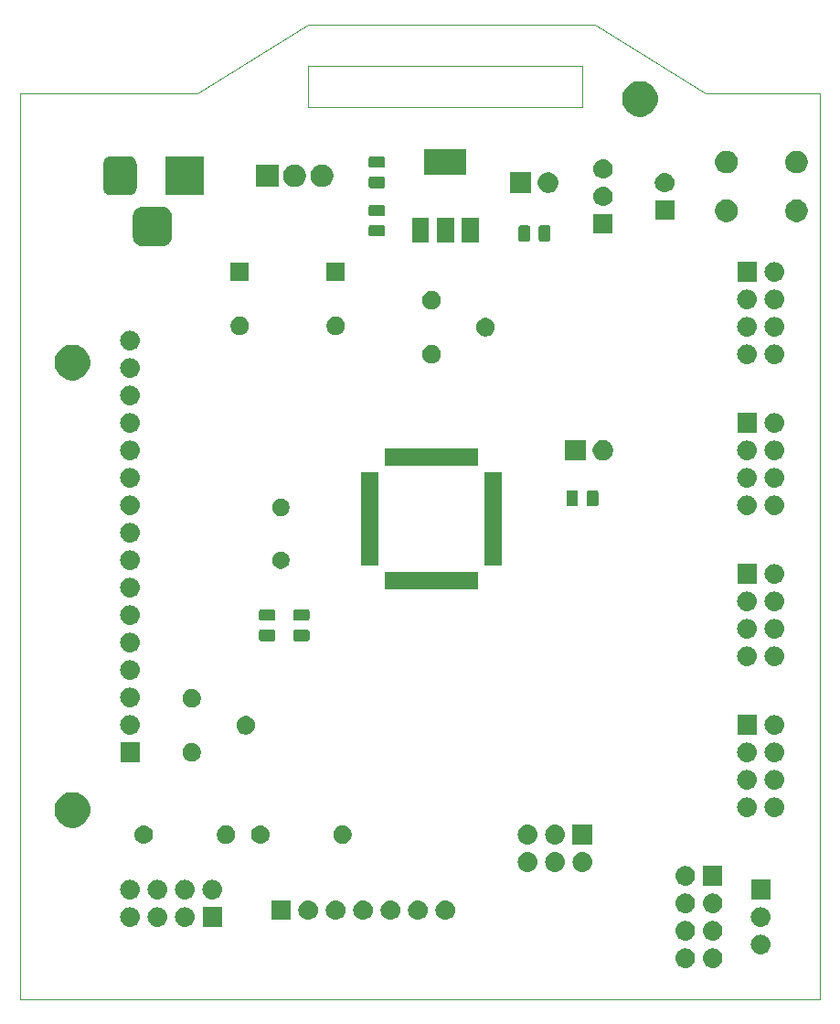
<source format=gbr>
G04 #@! TF.GenerationSoftware,KiCad,Pcbnew,(5.1.2)-2*
G04 #@! TF.CreationDate,2020-01-10T15:24:26+03:00*
G04 #@! TF.ProjectId,DINODE,44494e4f-4445-42e6-9b69-6361645f7063,rev?*
G04 #@! TF.SameCoordinates,Original*
G04 #@! TF.FileFunction,Soldermask,Top*
G04 #@! TF.FilePolarity,Negative*
%FSLAX46Y46*%
G04 Gerber Fmt 4.6, Leading zero omitted, Abs format (unit mm)*
G04 Created by KiCad (PCBNEW (5.1.2)-2) date 2020-01-10 15:24:26*
%MOMM*%
%LPD*%
G04 APERTURE LIST*
%ADD10C,0.050000*%
%ADD11C,0.100000*%
G04 APERTURE END LIST*
D10*
X159131000Y-129540000D02*
X130810000Y-129540000D01*
X159131000Y-60198000D02*
X159131000Y-129540000D01*
X159131000Y-45720000D02*
X148590000Y-45720000D01*
X159131000Y-60198000D02*
X159131000Y-45720000D01*
X137160000Y-43180000D02*
X111760000Y-43180000D01*
X137160000Y-46990000D02*
X137160000Y-43180000D01*
X111760000Y-46990000D02*
X137160000Y-46990000D01*
X111760000Y-43180000D02*
X111760000Y-46990000D01*
X138303000Y-39370000D02*
X148590000Y-45720000D01*
X136017000Y-39370000D02*
X138303000Y-39370000D01*
X111760000Y-39370000D02*
X136017000Y-39370000D01*
X101473000Y-45720000D02*
X111760000Y-39370000D01*
X86995000Y-45720000D02*
X101473000Y-45720000D01*
X85090000Y-45720000D02*
X86995000Y-45720000D01*
X85090000Y-129540000D02*
X90170000Y-129540000D01*
X85090000Y-45720000D02*
X85090000Y-129540000D01*
X90170000Y-129540000D02*
X130810000Y-129540000D01*
D11*
G36*
X149335443Y-124835519D02*
G01*
X149401627Y-124842037D01*
X149571466Y-124893557D01*
X149727991Y-124977222D01*
X149763729Y-125006552D01*
X149865186Y-125089814D01*
X149948448Y-125191271D01*
X149977778Y-125227009D01*
X150061443Y-125383534D01*
X150112963Y-125553373D01*
X150130359Y-125730000D01*
X150112963Y-125906627D01*
X150061443Y-126076466D01*
X149977778Y-126232991D01*
X149948448Y-126268729D01*
X149865186Y-126370186D01*
X149763729Y-126453448D01*
X149727991Y-126482778D01*
X149571466Y-126566443D01*
X149401627Y-126617963D01*
X149335442Y-126624482D01*
X149269260Y-126631000D01*
X149180740Y-126631000D01*
X149114558Y-126624482D01*
X149048373Y-126617963D01*
X148878534Y-126566443D01*
X148722009Y-126482778D01*
X148686271Y-126453448D01*
X148584814Y-126370186D01*
X148501552Y-126268729D01*
X148472222Y-126232991D01*
X148388557Y-126076466D01*
X148337037Y-125906627D01*
X148319641Y-125730000D01*
X148337037Y-125553373D01*
X148388557Y-125383534D01*
X148472222Y-125227009D01*
X148501552Y-125191271D01*
X148584814Y-125089814D01*
X148686271Y-125006552D01*
X148722009Y-124977222D01*
X148878534Y-124893557D01*
X149048373Y-124842037D01*
X149114557Y-124835519D01*
X149180740Y-124829000D01*
X149269260Y-124829000D01*
X149335443Y-124835519D01*
X149335443Y-124835519D01*
G37*
G36*
X146795443Y-124835519D02*
G01*
X146861627Y-124842037D01*
X147031466Y-124893557D01*
X147187991Y-124977222D01*
X147223729Y-125006552D01*
X147325186Y-125089814D01*
X147408448Y-125191271D01*
X147437778Y-125227009D01*
X147521443Y-125383534D01*
X147572963Y-125553373D01*
X147590359Y-125730000D01*
X147572963Y-125906627D01*
X147521443Y-126076466D01*
X147437778Y-126232991D01*
X147408448Y-126268729D01*
X147325186Y-126370186D01*
X147223729Y-126453448D01*
X147187991Y-126482778D01*
X147031466Y-126566443D01*
X146861627Y-126617963D01*
X146795442Y-126624482D01*
X146729260Y-126631000D01*
X146640740Y-126631000D01*
X146574558Y-126624482D01*
X146508373Y-126617963D01*
X146338534Y-126566443D01*
X146182009Y-126482778D01*
X146146271Y-126453448D01*
X146044814Y-126370186D01*
X145961552Y-126268729D01*
X145932222Y-126232991D01*
X145848557Y-126076466D01*
X145797037Y-125906627D01*
X145779641Y-125730000D01*
X145797037Y-125553373D01*
X145848557Y-125383534D01*
X145932222Y-125227009D01*
X145961552Y-125191271D01*
X146044814Y-125089814D01*
X146146271Y-125006552D01*
X146182009Y-124977222D01*
X146338534Y-124893557D01*
X146508373Y-124842037D01*
X146574557Y-124835519D01*
X146640740Y-124829000D01*
X146729260Y-124829000D01*
X146795443Y-124835519D01*
X146795443Y-124835519D01*
G37*
G36*
X153780442Y-123565518D02*
G01*
X153846627Y-123572037D01*
X154016466Y-123623557D01*
X154172991Y-123707222D01*
X154208729Y-123736552D01*
X154310186Y-123819814D01*
X154393448Y-123921271D01*
X154422778Y-123957009D01*
X154506443Y-124113534D01*
X154557963Y-124283373D01*
X154575359Y-124460000D01*
X154557963Y-124636627D01*
X154506443Y-124806466D01*
X154422778Y-124962991D01*
X154393448Y-124998729D01*
X154310186Y-125100186D01*
X154208729Y-125183448D01*
X154172991Y-125212778D01*
X154016466Y-125296443D01*
X153846627Y-125347963D01*
X153780442Y-125354482D01*
X153714260Y-125361000D01*
X153625740Y-125361000D01*
X153559558Y-125354482D01*
X153493373Y-125347963D01*
X153323534Y-125296443D01*
X153167009Y-125212778D01*
X153131271Y-125183448D01*
X153029814Y-125100186D01*
X152946552Y-124998729D01*
X152917222Y-124962991D01*
X152833557Y-124806466D01*
X152782037Y-124636627D01*
X152764641Y-124460000D01*
X152782037Y-124283373D01*
X152833557Y-124113534D01*
X152917222Y-123957009D01*
X152946552Y-123921271D01*
X153029814Y-123819814D01*
X153131271Y-123736552D01*
X153167009Y-123707222D01*
X153323534Y-123623557D01*
X153493373Y-123572037D01*
X153559558Y-123565518D01*
X153625740Y-123559000D01*
X153714260Y-123559000D01*
X153780442Y-123565518D01*
X153780442Y-123565518D01*
G37*
G36*
X146795443Y-122295519D02*
G01*
X146861627Y-122302037D01*
X147031466Y-122353557D01*
X147187991Y-122437222D01*
X147223729Y-122466552D01*
X147325186Y-122549814D01*
X147408448Y-122651271D01*
X147437778Y-122687009D01*
X147521443Y-122843534D01*
X147572963Y-123013373D01*
X147590359Y-123190000D01*
X147572963Y-123366627D01*
X147521443Y-123536466D01*
X147437778Y-123692991D01*
X147408448Y-123728729D01*
X147325186Y-123830186D01*
X147223729Y-123913448D01*
X147187991Y-123942778D01*
X147031466Y-124026443D01*
X146861627Y-124077963D01*
X146795442Y-124084482D01*
X146729260Y-124091000D01*
X146640740Y-124091000D01*
X146574558Y-124084482D01*
X146508373Y-124077963D01*
X146338534Y-124026443D01*
X146182009Y-123942778D01*
X146146271Y-123913448D01*
X146044814Y-123830186D01*
X145961552Y-123728729D01*
X145932222Y-123692991D01*
X145848557Y-123536466D01*
X145797037Y-123366627D01*
X145779641Y-123190000D01*
X145797037Y-123013373D01*
X145848557Y-122843534D01*
X145932222Y-122687009D01*
X145961552Y-122651271D01*
X146044814Y-122549814D01*
X146146271Y-122466552D01*
X146182009Y-122437222D01*
X146338534Y-122353557D01*
X146508373Y-122302037D01*
X146574557Y-122295519D01*
X146640740Y-122289000D01*
X146729260Y-122289000D01*
X146795443Y-122295519D01*
X146795443Y-122295519D01*
G37*
G36*
X149335443Y-122295519D02*
G01*
X149401627Y-122302037D01*
X149571466Y-122353557D01*
X149727991Y-122437222D01*
X149763729Y-122466552D01*
X149865186Y-122549814D01*
X149948448Y-122651271D01*
X149977778Y-122687009D01*
X150061443Y-122843534D01*
X150112963Y-123013373D01*
X150130359Y-123190000D01*
X150112963Y-123366627D01*
X150061443Y-123536466D01*
X149977778Y-123692991D01*
X149948448Y-123728729D01*
X149865186Y-123830186D01*
X149763729Y-123913448D01*
X149727991Y-123942778D01*
X149571466Y-124026443D01*
X149401627Y-124077963D01*
X149335442Y-124084482D01*
X149269260Y-124091000D01*
X149180740Y-124091000D01*
X149114558Y-124084482D01*
X149048373Y-124077963D01*
X148878534Y-124026443D01*
X148722009Y-123942778D01*
X148686271Y-123913448D01*
X148584814Y-123830186D01*
X148501552Y-123728729D01*
X148472222Y-123692991D01*
X148388557Y-123536466D01*
X148337037Y-123366627D01*
X148319641Y-123190000D01*
X148337037Y-123013373D01*
X148388557Y-122843534D01*
X148472222Y-122687009D01*
X148501552Y-122651271D01*
X148584814Y-122549814D01*
X148686271Y-122466552D01*
X148722009Y-122437222D01*
X148878534Y-122353557D01*
X149048373Y-122302037D01*
X149114557Y-122295519D01*
X149180740Y-122289000D01*
X149269260Y-122289000D01*
X149335443Y-122295519D01*
X149335443Y-122295519D01*
G37*
G36*
X153780442Y-121025518D02*
G01*
X153846627Y-121032037D01*
X154016466Y-121083557D01*
X154172991Y-121167222D01*
X154208729Y-121196552D01*
X154310186Y-121279814D01*
X154393448Y-121381271D01*
X154422778Y-121417009D01*
X154506443Y-121573534D01*
X154557963Y-121743373D01*
X154575359Y-121920000D01*
X154557963Y-122096627D01*
X154506443Y-122266466D01*
X154422778Y-122422991D01*
X154393448Y-122458729D01*
X154310186Y-122560186D01*
X154208729Y-122643448D01*
X154172991Y-122672778D01*
X154016466Y-122756443D01*
X153846627Y-122807963D01*
X153780443Y-122814481D01*
X153714260Y-122821000D01*
X153625740Y-122821000D01*
X153559557Y-122814481D01*
X153493373Y-122807963D01*
X153323534Y-122756443D01*
X153167009Y-122672778D01*
X153131271Y-122643448D01*
X153029814Y-122560186D01*
X152946552Y-122458729D01*
X152917222Y-122422991D01*
X152833557Y-122266466D01*
X152782037Y-122096627D01*
X152764641Y-121920000D01*
X152782037Y-121743373D01*
X152833557Y-121573534D01*
X152917222Y-121417009D01*
X152946552Y-121381271D01*
X153029814Y-121279814D01*
X153131271Y-121196552D01*
X153167009Y-121167222D01*
X153323534Y-121083557D01*
X153493373Y-121032037D01*
X153559558Y-121025518D01*
X153625740Y-121019000D01*
X153714260Y-121019000D01*
X153780442Y-121025518D01*
X153780442Y-121025518D01*
G37*
G36*
X103771000Y-122821000D02*
G01*
X101969000Y-122821000D01*
X101969000Y-121019000D01*
X103771000Y-121019000D01*
X103771000Y-122821000D01*
X103771000Y-122821000D01*
G37*
G36*
X100440442Y-121025518D02*
G01*
X100506627Y-121032037D01*
X100676466Y-121083557D01*
X100832991Y-121167222D01*
X100868729Y-121196552D01*
X100970186Y-121279814D01*
X101053448Y-121381271D01*
X101082778Y-121417009D01*
X101166443Y-121573534D01*
X101217963Y-121743373D01*
X101235359Y-121920000D01*
X101217963Y-122096627D01*
X101166443Y-122266466D01*
X101082778Y-122422991D01*
X101053448Y-122458729D01*
X100970186Y-122560186D01*
X100868729Y-122643448D01*
X100832991Y-122672778D01*
X100676466Y-122756443D01*
X100506627Y-122807963D01*
X100440443Y-122814481D01*
X100374260Y-122821000D01*
X100285740Y-122821000D01*
X100219557Y-122814481D01*
X100153373Y-122807963D01*
X99983534Y-122756443D01*
X99827009Y-122672778D01*
X99791271Y-122643448D01*
X99689814Y-122560186D01*
X99606552Y-122458729D01*
X99577222Y-122422991D01*
X99493557Y-122266466D01*
X99442037Y-122096627D01*
X99424641Y-121920000D01*
X99442037Y-121743373D01*
X99493557Y-121573534D01*
X99577222Y-121417009D01*
X99606552Y-121381271D01*
X99689814Y-121279814D01*
X99791271Y-121196552D01*
X99827009Y-121167222D01*
X99983534Y-121083557D01*
X100153373Y-121032037D01*
X100219558Y-121025518D01*
X100285740Y-121019000D01*
X100374260Y-121019000D01*
X100440442Y-121025518D01*
X100440442Y-121025518D01*
G37*
G36*
X97900442Y-121025518D02*
G01*
X97966627Y-121032037D01*
X98136466Y-121083557D01*
X98292991Y-121167222D01*
X98328729Y-121196552D01*
X98430186Y-121279814D01*
X98513448Y-121381271D01*
X98542778Y-121417009D01*
X98626443Y-121573534D01*
X98677963Y-121743373D01*
X98695359Y-121920000D01*
X98677963Y-122096627D01*
X98626443Y-122266466D01*
X98542778Y-122422991D01*
X98513448Y-122458729D01*
X98430186Y-122560186D01*
X98328729Y-122643448D01*
X98292991Y-122672778D01*
X98136466Y-122756443D01*
X97966627Y-122807963D01*
X97900443Y-122814481D01*
X97834260Y-122821000D01*
X97745740Y-122821000D01*
X97679557Y-122814481D01*
X97613373Y-122807963D01*
X97443534Y-122756443D01*
X97287009Y-122672778D01*
X97251271Y-122643448D01*
X97149814Y-122560186D01*
X97066552Y-122458729D01*
X97037222Y-122422991D01*
X96953557Y-122266466D01*
X96902037Y-122096627D01*
X96884641Y-121920000D01*
X96902037Y-121743373D01*
X96953557Y-121573534D01*
X97037222Y-121417009D01*
X97066552Y-121381271D01*
X97149814Y-121279814D01*
X97251271Y-121196552D01*
X97287009Y-121167222D01*
X97443534Y-121083557D01*
X97613373Y-121032037D01*
X97679558Y-121025518D01*
X97745740Y-121019000D01*
X97834260Y-121019000D01*
X97900442Y-121025518D01*
X97900442Y-121025518D01*
G37*
G36*
X95360442Y-121025518D02*
G01*
X95426627Y-121032037D01*
X95596466Y-121083557D01*
X95752991Y-121167222D01*
X95788729Y-121196552D01*
X95890186Y-121279814D01*
X95973448Y-121381271D01*
X96002778Y-121417009D01*
X96086443Y-121573534D01*
X96137963Y-121743373D01*
X96155359Y-121920000D01*
X96137963Y-122096627D01*
X96086443Y-122266466D01*
X96002778Y-122422991D01*
X95973448Y-122458729D01*
X95890186Y-122560186D01*
X95788729Y-122643448D01*
X95752991Y-122672778D01*
X95596466Y-122756443D01*
X95426627Y-122807963D01*
X95360443Y-122814481D01*
X95294260Y-122821000D01*
X95205740Y-122821000D01*
X95139557Y-122814481D01*
X95073373Y-122807963D01*
X94903534Y-122756443D01*
X94747009Y-122672778D01*
X94711271Y-122643448D01*
X94609814Y-122560186D01*
X94526552Y-122458729D01*
X94497222Y-122422991D01*
X94413557Y-122266466D01*
X94362037Y-122096627D01*
X94344641Y-121920000D01*
X94362037Y-121743373D01*
X94413557Y-121573534D01*
X94497222Y-121417009D01*
X94526552Y-121381271D01*
X94609814Y-121279814D01*
X94711271Y-121196552D01*
X94747009Y-121167222D01*
X94903534Y-121083557D01*
X95073373Y-121032037D01*
X95139558Y-121025518D01*
X95205740Y-121019000D01*
X95294260Y-121019000D01*
X95360442Y-121025518D01*
X95360442Y-121025518D01*
G37*
G36*
X116950443Y-120390519D02*
G01*
X117016627Y-120397037D01*
X117186466Y-120448557D01*
X117342991Y-120532222D01*
X117378729Y-120561552D01*
X117480186Y-120644814D01*
X117563448Y-120746271D01*
X117592778Y-120782009D01*
X117676443Y-120938534D01*
X117727963Y-121108373D01*
X117745359Y-121285000D01*
X117727963Y-121461627D01*
X117676443Y-121631466D01*
X117592778Y-121787991D01*
X117563448Y-121823729D01*
X117480186Y-121925186D01*
X117378729Y-122008448D01*
X117342991Y-122037778D01*
X117186466Y-122121443D01*
X117016627Y-122172963D01*
X116950442Y-122179482D01*
X116884260Y-122186000D01*
X116795740Y-122186000D01*
X116729558Y-122179482D01*
X116663373Y-122172963D01*
X116493534Y-122121443D01*
X116337009Y-122037778D01*
X116301271Y-122008448D01*
X116199814Y-121925186D01*
X116116552Y-121823729D01*
X116087222Y-121787991D01*
X116003557Y-121631466D01*
X115952037Y-121461627D01*
X115934641Y-121285000D01*
X115952037Y-121108373D01*
X116003557Y-120938534D01*
X116087222Y-120782009D01*
X116116552Y-120746271D01*
X116199814Y-120644814D01*
X116301271Y-120561552D01*
X116337009Y-120532222D01*
X116493534Y-120448557D01*
X116663373Y-120397037D01*
X116729557Y-120390519D01*
X116795740Y-120384000D01*
X116884260Y-120384000D01*
X116950443Y-120390519D01*
X116950443Y-120390519D01*
G37*
G36*
X110121000Y-122186000D02*
G01*
X108319000Y-122186000D01*
X108319000Y-120384000D01*
X110121000Y-120384000D01*
X110121000Y-122186000D01*
X110121000Y-122186000D01*
G37*
G36*
X111870443Y-120390519D02*
G01*
X111936627Y-120397037D01*
X112106466Y-120448557D01*
X112262991Y-120532222D01*
X112298729Y-120561552D01*
X112400186Y-120644814D01*
X112483448Y-120746271D01*
X112512778Y-120782009D01*
X112596443Y-120938534D01*
X112647963Y-121108373D01*
X112665359Y-121285000D01*
X112647963Y-121461627D01*
X112596443Y-121631466D01*
X112512778Y-121787991D01*
X112483448Y-121823729D01*
X112400186Y-121925186D01*
X112298729Y-122008448D01*
X112262991Y-122037778D01*
X112106466Y-122121443D01*
X111936627Y-122172963D01*
X111870442Y-122179482D01*
X111804260Y-122186000D01*
X111715740Y-122186000D01*
X111649558Y-122179482D01*
X111583373Y-122172963D01*
X111413534Y-122121443D01*
X111257009Y-122037778D01*
X111221271Y-122008448D01*
X111119814Y-121925186D01*
X111036552Y-121823729D01*
X111007222Y-121787991D01*
X110923557Y-121631466D01*
X110872037Y-121461627D01*
X110854641Y-121285000D01*
X110872037Y-121108373D01*
X110923557Y-120938534D01*
X111007222Y-120782009D01*
X111036552Y-120746271D01*
X111119814Y-120644814D01*
X111221271Y-120561552D01*
X111257009Y-120532222D01*
X111413534Y-120448557D01*
X111583373Y-120397037D01*
X111649557Y-120390519D01*
X111715740Y-120384000D01*
X111804260Y-120384000D01*
X111870443Y-120390519D01*
X111870443Y-120390519D01*
G37*
G36*
X114410443Y-120390519D02*
G01*
X114476627Y-120397037D01*
X114646466Y-120448557D01*
X114802991Y-120532222D01*
X114838729Y-120561552D01*
X114940186Y-120644814D01*
X115023448Y-120746271D01*
X115052778Y-120782009D01*
X115136443Y-120938534D01*
X115187963Y-121108373D01*
X115205359Y-121285000D01*
X115187963Y-121461627D01*
X115136443Y-121631466D01*
X115052778Y-121787991D01*
X115023448Y-121823729D01*
X114940186Y-121925186D01*
X114838729Y-122008448D01*
X114802991Y-122037778D01*
X114646466Y-122121443D01*
X114476627Y-122172963D01*
X114410442Y-122179482D01*
X114344260Y-122186000D01*
X114255740Y-122186000D01*
X114189558Y-122179482D01*
X114123373Y-122172963D01*
X113953534Y-122121443D01*
X113797009Y-122037778D01*
X113761271Y-122008448D01*
X113659814Y-121925186D01*
X113576552Y-121823729D01*
X113547222Y-121787991D01*
X113463557Y-121631466D01*
X113412037Y-121461627D01*
X113394641Y-121285000D01*
X113412037Y-121108373D01*
X113463557Y-120938534D01*
X113547222Y-120782009D01*
X113576552Y-120746271D01*
X113659814Y-120644814D01*
X113761271Y-120561552D01*
X113797009Y-120532222D01*
X113953534Y-120448557D01*
X114123373Y-120397037D01*
X114189557Y-120390519D01*
X114255740Y-120384000D01*
X114344260Y-120384000D01*
X114410443Y-120390519D01*
X114410443Y-120390519D01*
G37*
G36*
X119490443Y-120390519D02*
G01*
X119556627Y-120397037D01*
X119726466Y-120448557D01*
X119882991Y-120532222D01*
X119918729Y-120561552D01*
X120020186Y-120644814D01*
X120103448Y-120746271D01*
X120132778Y-120782009D01*
X120216443Y-120938534D01*
X120267963Y-121108373D01*
X120285359Y-121285000D01*
X120267963Y-121461627D01*
X120216443Y-121631466D01*
X120132778Y-121787991D01*
X120103448Y-121823729D01*
X120020186Y-121925186D01*
X119918729Y-122008448D01*
X119882991Y-122037778D01*
X119726466Y-122121443D01*
X119556627Y-122172963D01*
X119490442Y-122179482D01*
X119424260Y-122186000D01*
X119335740Y-122186000D01*
X119269558Y-122179482D01*
X119203373Y-122172963D01*
X119033534Y-122121443D01*
X118877009Y-122037778D01*
X118841271Y-122008448D01*
X118739814Y-121925186D01*
X118656552Y-121823729D01*
X118627222Y-121787991D01*
X118543557Y-121631466D01*
X118492037Y-121461627D01*
X118474641Y-121285000D01*
X118492037Y-121108373D01*
X118543557Y-120938534D01*
X118627222Y-120782009D01*
X118656552Y-120746271D01*
X118739814Y-120644814D01*
X118841271Y-120561552D01*
X118877009Y-120532222D01*
X119033534Y-120448557D01*
X119203373Y-120397037D01*
X119269557Y-120390519D01*
X119335740Y-120384000D01*
X119424260Y-120384000D01*
X119490443Y-120390519D01*
X119490443Y-120390519D01*
G37*
G36*
X122030443Y-120390519D02*
G01*
X122096627Y-120397037D01*
X122266466Y-120448557D01*
X122422991Y-120532222D01*
X122458729Y-120561552D01*
X122560186Y-120644814D01*
X122643448Y-120746271D01*
X122672778Y-120782009D01*
X122756443Y-120938534D01*
X122807963Y-121108373D01*
X122825359Y-121285000D01*
X122807963Y-121461627D01*
X122756443Y-121631466D01*
X122672778Y-121787991D01*
X122643448Y-121823729D01*
X122560186Y-121925186D01*
X122458729Y-122008448D01*
X122422991Y-122037778D01*
X122266466Y-122121443D01*
X122096627Y-122172963D01*
X122030442Y-122179482D01*
X121964260Y-122186000D01*
X121875740Y-122186000D01*
X121809558Y-122179482D01*
X121743373Y-122172963D01*
X121573534Y-122121443D01*
X121417009Y-122037778D01*
X121381271Y-122008448D01*
X121279814Y-121925186D01*
X121196552Y-121823729D01*
X121167222Y-121787991D01*
X121083557Y-121631466D01*
X121032037Y-121461627D01*
X121014641Y-121285000D01*
X121032037Y-121108373D01*
X121083557Y-120938534D01*
X121167222Y-120782009D01*
X121196552Y-120746271D01*
X121279814Y-120644814D01*
X121381271Y-120561552D01*
X121417009Y-120532222D01*
X121573534Y-120448557D01*
X121743373Y-120397037D01*
X121809557Y-120390519D01*
X121875740Y-120384000D01*
X121964260Y-120384000D01*
X122030443Y-120390519D01*
X122030443Y-120390519D01*
G37*
G36*
X124570443Y-120390519D02*
G01*
X124636627Y-120397037D01*
X124806466Y-120448557D01*
X124962991Y-120532222D01*
X124998729Y-120561552D01*
X125100186Y-120644814D01*
X125183448Y-120746271D01*
X125212778Y-120782009D01*
X125296443Y-120938534D01*
X125347963Y-121108373D01*
X125365359Y-121285000D01*
X125347963Y-121461627D01*
X125296443Y-121631466D01*
X125212778Y-121787991D01*
X125183448Y-121823729D01*
X125100186Y-121925186D01*
X124998729Y-122008448D01*
X124962991Y-122037778D01*
X124806466Y-122121443D01*
X124636627Y-122172963D01*
X124570442Y-122179482D01*
X124504260Y-122186000D01*
X124415740Y-122186000D01*
X124349558Y-122179482D01*
X124283373Y-122172963D01*
X124113534Y-122121443D01*
X123957009Y-122037778D01*
X123921271Y-122008448D01*
X123819814Y-121925186D01*
X123736552Y-121823729D01*
X123707222Y-121787991D01*
X123623557Y-121631466D01*
X123572037Y-121461627D01*
X123554641Y-121285000D01*
X123572037Y-121108373D01*
X123623557Y-120938534D01*
X123707222Y-120782009D01*
X123736552Y-120746271D01*
X123819814Y-120644814D01*
X123921271Y-120561552D01*
X123957009Y-120532222D01*
X124113534Y-120448557D01*
X124283373Y-120397037D01*
X124349557Y-120390519D01*
X124415740Y-120384000D01*
X124504260Y-120384000D01*
X124570443Y-120390519D01*
X124570443Y-120390519D01*
G37*
G36*
X149335442Y-119755518D02*
G01*
X149401627Y-119762037D01*
X149571466Y-119813557D01*
X149727991Y-119897222D01*
X149763729Y-119926552D01*
X149865186Y-120009814D01*
X149948448Y-120111271D01*
X149977778Y-120147009D01*
X150061443Y-120303534D01*
X150112963Y-120473373D01*
X150130359Y-120650000D01*
X150112963Y-120826627D01*
X150061443Y-120996466D01*
X149977778Y-121152991D01*
X149948448Y-121188729D01*
X149865186Y-121290186D01*
X149763729Y-121373448D01*
X149727991Y-121402778D01*
X149571466Y-121486443D01*
X149401627Y-121537963D01*
X149335443Y-121544481D01*
X149269260Y-121551000D01*
X149180740Y-121551000D01*
X149114557Y-121544481D01*
X149048373Y-121537963D01*
X148878534Y-121486443D01*
X148722009Y-121402778D01*
X148686271Y-121373448D01*
X148584814Y-121290186D01*
X148501552Y-121188729D01*
X148472222Y-121152991D01*
X148388557Y-120996466D01*
X148337037Y-120826627D01*
X148319641Y-120650000D01*
X148337037Y-120473373D01*
X148388557Y-120303534D01*
X148472222Y-120147009D01*
X148501552Y-120111271D01*
X148584814Y-120009814D01*
X148686271Y-119926552D01*
X148722009Y-119897222D01*
X148878534Y-119813557D01*
X149048373Y-119762037D01*
X149114558Y-119755518D01*
X149180740Y-119749000D01*
X149269260Y-119749000D01*
X149335442Y-119755518D01*
X149335442Y-119755518D01*
G37*
G36*
X146795442Y-119755518D02*
G01*
X146861627Y-119762037D01*
X147031466Y-119813557D01*
X147187991Y-119897222D01*
X147223729Y-119926552D01*
X147325186Y-120009814D01*
X147408448Y-120111271D01*
X147437778Y-120147009D01*
X147521443Y-120303534D01*
X147572963Y-120473373D01*
X147590359Y-120650000D01*
X147572963Y-120826627D01*
X147521443Y-120996466D01*
X147437778Y-121152991D01*
X147408448Y-121188729D01*
X147325186Y-121290186D01*
X147223729Y-121373448D01*
X147187991Y-121402778D01*
X147031466Y-121486443D01*
X146861627Y-121537963D01*
X146795443Y-121544481D01*
X146729260Y-121551000D01*
X146640740Y-121551000D01*
X146574557Y-121544481D01*
X146508373Y-121537963D01*
X146338534Y-121486443D01*
X146182009Y-121402778D01*
X146146271Y-121373448D01*
X146044814Y-121290186D01*
X145961552Y-121188729D01*
X145932222Y-121152991D01*
X145848557Y-120996466D01*
X145797037Y-120826627D01*
X145779641Y-120650000D01*
X145797037Y-120473373D01*
X145848557Y-120303534D01*
X145932222Y-120147009D01*
X145961552Y-120111271D01*
X146044814Y-120009814D01*
X146146271Y-119926552D01*
X146182009Y-119897222D01*
X146338534Y-119813557D01*
X146508373Y-119762037D01*
X146574558Y-119755518D01*
X146640740Y-119749000D01*
X146729260Y-119749000D01*
X146795442Y-119755518D01*
X146795442Y-119755518D01*
G37*
G36*
X97900442Y-118485518D02*
G01*
X97966627Y-118492037D01*
X98136466Y-118543557D01*
X98292991Y-118627222D01*
X98328729Y-118656552D01*
X98430186Y-118739814D01*
X98513448Y-118841271D01*
X98542778Y-118877009D01*
X98626443Y-119033534D01*
X98677963Y-119203373D01*
X98695359Y-119380000D01*
X98677963Y-119556627D01*
X98626443Y-119726466D01*
X98542778Y-119882991D01*
X98513448Y-119918729D01*
X98430186Y-120020186D01*
X98328729Y-120103448D01*
X98292991Y-120132778D01*
X98136466Y-120216443D01*
X97966627Y-120267963D01*
X97900442Y-120274482D01*
X97834260Y-120281000D01*
X97745740Y-120281000D01*
X97679558Y-120274482D01*
X97613373Y-120267963D01*
X97443534Y-120216443D01*
X97287009Y-120132778D01*
X97251271Y-120103448D01*
X97149814Y-120020186D01*
X97066552Y-119918729D01*
X97037222Y-119882991D01*
X96953557Y-119726466D01*
X96902037Y-119556627D01*
X96884641Y-119380000D01*
X96902037Y-119203373D01*
X96953557Y-119033534D01*
X97037222Y-118877009D01*
X97066552Y-118841271D01*
X97149814Y-118739814D01*
X97251271Y-118656552D01*
X97287009Y-118627222D01*
X97443534Y-118543557D01*
X97613373Y-118492037D01*
X97679558Y-118485518D01*
X97745740Y-118479000D01*
X97834260Y-118479000D01*
X97900442Y-118485518D01*
X97900442Y-118485518D01*
G37*
G36*
X102980442Y-118485518D02*
G01*
X103046627Y-118492037D01*
X103216466Y-118543557D01*
X103372991Y-118627222D01*
X103408729Y-118656552D01*
X103510186Y-118739814D01*
X103593448Y-118841271D01*
X103622778Y-118877009D01*
X103706443Y-119033534D01*
X103757963Y-119203373D01*
X103775359Y-119380000D01*
X103757963Y-119556627D01*
X103706443Y-119726466D01*
X103622778Y-119882991D01*
X103593448Y-119918729D01*
X103510186Y-120020186D01*
X103408729Y-120103448D01*
X103372991Y-120132778D01*
X103216466Y-120216443D01*
X103046627Y-120267963D01*
X102980442Y-120274482D01*
X102914260Y-120281000D01*
X102825740Y-120281000D01*
X102759558Y-120274482D01*
X102693373Y-120267963D01*
X102523534Y-120216443D01*
X102367009Y-120132778D01*
X102331271Y-120103448D01*
X102229814Y-120020186D01*
X102146552Y-119918729D01*
X102117222Y-119882991D01*
X102033557Y-119726466D01*
X101982037Y-119556627D01*
X101964641Y-119380000D01*
X101982037Y-119203373D01*
X102033557Y-119033534D01*
X102117222Y-118877009D01*
X102146552Y-118841271D01*
X102229814Y-118739814D01*
X102331271Y-118656552D01*
X102367009Y-118627222D01*
X102523534Y-118543557D01*
X102693373Y-118492037D01*
X102759558Y-118485518D01*
X102825740Y-118479000D01*
X102914260Y-118479000D01*
X102980442Y-118485518D01*
X102980442Y-118485518D01*
G37*
G36*
X154571000Y-120281000D02*
G01*
X152769000Y-120281000D01*
X152769000Y-118479000D01*
X154571000Y-118479000D01*
X154571000Y-120281000D01*
X154571000Y-120281000D01*
G37*
G36*
X100440442Y-118485518D02*
G01*
X100506627Y-118492037D01*
X100676466Y-118543557D01*
X100832991Y-118627222D01*
X100868729Y-118656552D01*
X100970186Y-118739814D01*
X101053448Y-118841271D01*
X101082778Y-118877009D01*
X101166443Y-119033534D01*
X101217963Y-119203373D01*
X101235359Y-119380000D01*
X101217963Y-119556627D01*
X101166443Y-119726466D01*
X101082778Y-119882991D01*
X101053448Y-119918729D01*
X100970186Y-120020186D01*
X100868729Y-120103448D01*
X100832991Y-120132778D01*
X100676466Y-120216443D01*
X100506627Y-120267963D01*
X100440442Y-120274482D01*
X100374260Y-120281000D01*
X100285740Y-120281000D01*
X100219558Y-120274482D01*
X100153373Y-120267963D01*
X99983534Y-120216443D01*
X99827009Y-120132778D01*
X99791271Y-120103448D01*
X99689814Y-120020186D01*
X99606552Y-119918729D01*
X99577222Y-119882991D01*
X99493557Y-119726466D01*
X99442037Y-119556627D01*
X99424641Y-119380000D01*
X99442037Y-119203373D01*
X99493557Y-119033534D01*
X99577222Y-118877009D01*
X99606552Y-118841271D01*
X99689814Y-118739814D01*
X99791271Y-118656552D01*
X99827009Y-118627222D01*
X99983534Y-118543557D01*
X100153373Y-118492037D01*
X100219558Y-118485518D01*
X100285740Y-118479000D01*
X100374260Y-118479000D01*
X100440442Y-118485518D01*
X100440442Y-118485518D01*
G37*
G36*
X95360442Y-118485518D02*
G01*
X95426627Y-118492037D01*
X95596466Y-118543557D01*
X95752991Y-118627222D01*
X95788729Y-118656552D01*
X95890186Y-118739814D01*
X95973448Y-118841271D01*
X96002778Y-118877009D01*
X96086443Y-119033534D01*
X96137963Y-119203373D01*
X96155359Y-119380000D01*
X96137963Y-119556627D01*
X96086443Y-119726466D01*
X96002778Y-119882991D01*
X95973448Y-119918729D01*
X95890186Y-120020186D01*
X95788729Y-120103448D01*
X95752991Y-120132778D01*
X95596466Y-120216443D01*
X95426627Y-120267963D01*
X95360442Y-120274482D01*
X95294260Y-120281000D01*
X95205740Y-120281000D01*
X95139558Y-120274482D01*
X95073373Y-120267963D01*
X94903534Y-120216443D01*
X94747009Y-120132778D01*
X94711271Y-120103448D01*
X94609814Y-120020186D01*
X94526552Y-119918729D01*
X94497222Y-119882991D01*
X94413557Y-119726466D01*
X94362037Y-119556627D01*
X94344641Y-119380000D01*
X94362037Y-119203373D01*
X94413557Y-119033534D01*
X94497222Y-118877009D01*
X94526552Y-118841271D01*
X94609814Y-118739814D01*
X94711271Y-118656552D01*
X94747009Y-118627222D01*
X94903534Y-118543557D01*
X95073373Y-118492037D01*
X95139558Y-118485518D01*
X95205740Y-118479000D01*
X95294260Y-118479000D01*
X95360442Y-118485518D01*
X95360442Y-118485518D01*
G37*
G36*
X146795443Y-117215519D02*
G01*
X146861627Y-117222037D01*
X147031466Y-117273557D01*
X147187991Y-117357222D01*
X147223729Y-117386552D01*
X147325186Y-117469814D01*
X147408448Y-117571271D01*
X147437778Y-117607009D01*
X147521443Y-117763534D01*
X147572963Y-117933373D01*
X147590359Y-118110000D01*
X147572963Y-118286627D01*
X147521443Y-118456466D01*
X147437778Y-118612991D01*
X147408448Y-118648729D01*
X147325186Y-118750186D01*
X147223729Y-118833448D01*
X147187991Y-118862778D01*
X147031466Y-118946443D01*
X146861627Y-118997963D01*
X146795443Y-119004481D01*
X146729260Y-119011000D01*
X146640740Y-119011000D01*
X146574557Y-119004481D01*
X146508373Y-118997963D01*
X146338534Y-118946443D01*
X146182009Y-118862778D01*
X146146271Y-118833448D01*
X146044814Y-118750186D01*
X145961552Y-118648729D01*
X145932222Y-118612991D01*
X145848557Y-118456466D01*
X145797037Y-118286627D01*
X145779641Y-118110000D01*
X145797037Y-117933373D01*
X145848557Y-117763534D01*
X145932222Y-117607009D01*
X145961552Y-117571271D01*
X146044814Y-117469814D01*
X146146271Y-117386552D01*
X146182009Y-117357222D01*
X146338534Y-117273557D01*
X146508373Y-117222037D01*
X146574557Y-117215519D01*
X146640740Y-117209000D01*
X146729260Y-117209000D01*
X146795443Y-117215519D01*
X146795443Y-117215519D01*
G37*
G36*
X150126000Y-119011000D02*
G01*
X148324000Y-119011000D01*
X148324000Y-117209000D01*
X150126000Y-117209000D01*
X150126000Y-119011000D01*
X150126000Y-119011000D01*
G37*
G36*
X137339294Y-115938633D02*
G01*
X137511695Y-115990931D01*
X137670583Y-116075858D01*
X137809849Y-116190151D01*
X137924142Y-116329417D01*
X138009069Y-116488305D01*
X138061367Y-116660706D01*
X138079025Y-116840000D01*
X138061367Y-117019294D01*
X138009069Y-117191695D01*
X137924142Y-117350583D01*
X137809849Y-117489849D01*
X137670583Y-117604142D01*
X137511695Y-117689069D01*
X137339294Y-117741367D01*
X137204931Y-117754600D01*
X137115069Y-117754600D01*
X136980706Y-117741367D01*
X136808305Y-117689069D01*
X136649417Y-117604142D01*
X136510151Y-117489849D01*
X136395858Y-117350583D01*
X136310931Y-117191695D01*
X136258633Y-117019294D01*
X136240975Y-116840000D01*
X136258633Y-116660706D01*
X136310931Y-116488305D01*
X136395858Y-116329417D01*
X136510151Y-116190151D01*
X136649417Y-116075858D01*
X136808305Y-115990931D01*
X136980706Y-115938633D01*
X137115069Y-115925400D01*
X137204931Y-115925400D01*
X137339294Y-115938633D01*
X137339294Y-115938633D01*
G37*
G36*
X134799294Y-115938633D02*
G01*
X134971695Y-115990931D01*
X135130583Y-116075858D01*
X135269849Y-116190151D01*
X135384142Y-116329417D01*
X135469069Y-116488305D01*
X135521367Y-116660706D01*
X135539025Y-116840000D01*
X135521367Y-117019294D01*
X135469069Y-117191695D01*
X135384142Y-117350583D01*
X135269849Y-117489849D01*
X135130583Y-117604142D01*
X134971695Y-117689069D01*
X134799294Y-117741367D01*
X134664931Y-117754600D01*
X134575069Y-117754600D01*
X134440706Y-117741367D01*
X134268305Y-117689069D01*
X134109417Y-117604142D01*
X133970151Y-117489849D01*
X133855858Y-117350583D01*
X133770931Y-117191695D01*
X133718633Y-117019294D01*
X133700975Y-116840000D01*
X133718633Y-116660706D01*
X133770931Y-116488305D01*
X133855858Y-116329417D01*
X133970151Y-116190151D01*
X134109417Y-116075858D01*
X134268305Y-115990931D01*
X134440706Y-115938633D01*
X134575069Y-115925400D01*
X134664931Y-115925400D01*
X134799294Y-115938633D01*
X134799294Y-115938633D01*
G37*
G36*
X132259294Y-115938633D02*
G01*
X132431695Y-115990931D01*
X132590583Y-116075858D01*
X132729849Y-116190151D01*
X132844142Y-116329417D01*
X132929069Y-116488305D01*
X132981367Y-116660706D01*
X132999025Y-116840000D01*
X132981367Y-117019294D01*
X132929069Y-117191695D01*
X132844142Y-117350583D01*
X132729849Y-117489849D01*
X132590583Y-117604142D01*
X132431695Y-117689069D01*
X132259294Y-117741367D01*
X132124931Y-117754600D01*
X132035069Y-117754600D01*
X131900706Y-117741367D01*
X131728305Y-117689069D01*
X131569417Y-117604142D01*
X131430151Y-117489849D01*
X131315858Y-117350583D01*
X131230931Y-117191695D01*
X131178633Y-117019294D01*
X131160975Y-116840000D01*
X131178633Y-116660706D01*
X131230931Y-116488305D01*
X131315858Y-116329417D01*
X131430151Y-116190151D01*
X131569417Y-116075858D01*
X131728305Y-115990931D01*
X131900706Y-115938633D01*
X132035069Y-115925400D01*
X132124931Y-115925400D01*
X132259294Y-115938633D01*
X132259294Y-115938633D01*
G37*
G36*
X138074600Y-115214600D02*
G01*
X136245400Y-115214600D01*
X136245400Y-113385400D01*
X138074600Y-113385400D01*
X138074600Y-115214600D01*
X138074600Y-115214600D01*
G37*
G36*
X134799294Y-113398633D02*
G01*
X134971695Y-113450931D01*
X135130583Y-113535858D01*
X135269849Y-113650151D01*
X135384142Y-113789417D01*
X135469069Y-113948305D01*
X135521367Y-114120706D01*
X135539025Y-114300000D01*
X135521367Y-114479294D01*
X135469069Y-114651695D01*
X135384142Y-114810583D01*
X135269849Y-114949849D01*
X135130583Y-115064142D01*
X134971695Y-115149069D01*
X134799294Y-115201367D01*
X134664931Y-115214600D01*
X134575069Y-115214600D01*
X134440706Y-115201367D01*
X134268305Y-115149069D01*
X134109417Y-115064142D01*
X133970151Y-114949849D01*
X133855858Y-114810583D01*
X133770931Y-114651695D01*
X133718633Y-114479294D01*
X133700975Y-114300000D01*
X133718633Y-114120706D01*
X133770931Y-113948305D01*
X133855858Y-113789417D01*
X133970151Y-113650151D01*
X134109417Y-113535858D01*
X134268305Y-113450931D01*
X134440706Y-113398633D01*
X134575069Y-113385400D01*
X134664931Y-113385400D01*
X134799294Y-113398633D01*
X134799294Y-113398633D01*
G37*
G36*
X132259294Y-113398633D02*
G01*
X132431695Y-113450931D01*
X132590583Y-113535858D01*
X132729849Y-113650151D01*
X132844142Y-113789417D01*
X132929069Y-113948305D01*
X132981367Y-114120706D01*
X132999025Y-114300000D01*
X132981367Y-114479294D01*
X132929069Y-114651695D01*
X132844142Y-114810583D01*
X132729849Y-114949849D01*
X132590583Y-115064142D01*
X132431695Y-115149069D01*
X132259294Y-115201367D01*
X132124931Y-115214600D01*
X132035069Y-115214600D01*
X131900706Y-115201367D01*
X131728305Y-115149069D01*
X131569417Y-115064142D01*
X131430151Y-114949849D01*
X131315858Y-114810583D01*
X131230931Y-114651695D01*
X131178633Y-114479294D01*
X131160975Y-114300000D01*
X131178633Y-114120706D01*
X131230931Y-113948305D01*
X131315858Y-113789417D01*
X131430151Y-113650151D01*
X131569417Y-113535858D01*
X131728305Y-113450931D01*
X131900706Y-113398633D01*
X132035069Y-113385400D01*
X132124931Y-113385400D01*
X132259294Y-113398633D01*
X132259294Y-113398633D01*
G37*
G36*
X115183228Y-113481703D02*
G01*
X115338100Y-113545853D01*
X115477481Y-113638985D01*
X115596015Y-113757519D01*
X115689147Y-113896900D01*
X115753297Y-114051772D01*
X115786000Y-114216184D01*
X115786000Y-114383816D01*
X115753297Y-114548228D01*
X115689147Y-114703100D01*
X115596015Y-114842481D01*
X115477481Y-114961015D01*
X115338100Y-115054147D01*
X115183228Y-115118297D01*
X115018816Y-115151000D01*
X114851184Y-115151000D01*
X114686772Y-115118297D01*
X114531900Y-115054147D01*
X114392519Y-114961015D01*
X114273985Y-114842481D01*
X114180853Y-114703100D01*
X114116703Y-114548228D01*
X114084000Y-114383816D01*
X114084000Y-114216184D01*
X114116703Y-114051772D01*
X114180853Y-113896900D01*
X114273985Y-113757519D01*
X114392519Y-113638985D01*
X114531900Y-113545853D01*
X114686772Y-113481703D01*
X114851184Y-113449000D01*
X115018816Y-113449000D01*
X115183228Y-113481703D01*
X115183228Y-113481703D01*
G37*
G36*
X104388228Y-113481703D02*
G01*
X104543100Y-113545853D01*
X104682481Y-113638985D01*
X104801015Y-113757519D01*
X104894147Y-113896900D01*
X104958297Y-114051772D01*
X104991000Y-114216184D01*
X104991000Y-114383816D01*
X104958297Y-114548228D01*
X104894147Y-114703100D01*
X104801015Y-114842481D01*
X104682481Y-114961015D01*
X104543100Y-115054147D01*
X104388228Y-115118297D01*
X104223816Y-115151000D01*
X104056184Y-115151000D01*
X103891772Y-115118297D01*
X103736900Y-115054147D01*
X103597519Y-114961015D01*
X103478985Y-114842481D01*
X103385853Y-114703100D01*
X103321703Y-114548228D01*
X103289000Y-114383816D01*
X103289000Y-114216184D01*
X103321703Y-114051772D01*
X103385853Y-113896900D01*
X103478985Y-113757519D01*
X103597519Y-113638985D01*
X103736900Y-113545853D01*
X103891772Y-113481703D01*
X104056184Y-113449000D01*
X104223816Y-113449000D01*
X104388228Y-113481703D01*
X104388228Y-113481703D01*
G37*
G36*
X107481823Y-113461313D02*
G01*
X107642242Y-113509976D01*
X107709361Y-113545852D01*
X107790078Y-113588996D01*
X107919659Y-113695341D01*
X108026004Y-113824922D01*
X108026005Y-113824924D01*
X108105024Y-113972758D01*
X108153687Y-114133177D01*
X108170117Y-114300000D01*
X108153687Y-114466823D01*
X108105024Y-114627242D01*
X108064477Y-114703100D01*
X108026004Y-114775078D01*
X107919659Y-114904659D01*
X107790078Y-115011004D01*
X107790076Y-115011005D01*
X107642242Y-115090024D01*
X107481823Y-115138687D01*
X107356804Y-115151000D01*
X107273196Y-115151000D01*
X107148177Y-115138687D01*
X106987758Y-115090024D01*
X106839924Y-115011005D01*
X106839922Y-115011004D01*
X106710341Y-114904659D01*
X106603996Y-114775078D01*
X106565523Y-114703100D01*
X106524976Y-114627242D01*
X106476313Y-114466823D01*
X106459883Y-114300000D01*
X106476313Y-114133177D01*
X106524976Y-113972758D01*
X106603995Y-113824924D01*
X106603996Y-113824922D01*
X106710341Y-113695341D01*
X106839922Y-113588996D01*
X106920639Y-113545852D01*
X106987758Y-113509976D01*
X107148177Y-113461313D01*
X107273196Y-113449000D01*
X107356804Y-113449000D01*
X107481823Y-113461313D01*
X107481823Y-113461313D01*
G37*
G36*
X96686823Y-113461313D02*
G01*
X96847242Y-113509976D01*
X96914361Y-113545852D01*
X96995078Y-113588996D01*
X97124659Y-113695341D01*
X97231004Y-113824922D01*
X97231005Y-113824924D01*
X97310024Y-113972758D01*
X97358687Y-114133177D01*
X97375117Y-114300000D01*
X97358687Y-114466823D01*
X97310024Y-114627242D01*
X97269477Y-114703100D01*
X97231004Y-114775078D01*
X97124659Y-114904659D01*
X96995078Y-115011004D01*
X96995076Y-115011005D01*
X96847242Y-115090024D01*
X96686823Y-115138687D01*
X96561804Y-115151000D01*
X96478196Y-115151000D01*
X96353177Y-115138687D01*
X96192758Y-115090024D01*
X96044924Y-115011005D01*
X96044922Y-115011004D01*
X95915341Y-114904659D01*
X95808996Y-114775078D01*
X95770523Y-114703100D01*
X95729976Y-114627242D01*
X95681313Y-114466823D01*
X95664883Y-114300000D01*
X95681313Y-114133177D01*
X95729976Y-113972758D01*
X95808995Y-113824924D01*
X95808996Y-113824922D01*
X95915341Y-113695341D01*
X96044922Y-113588996D01*
X96125639Y-113545852D01*
X96192758Y-113509976D01*
X96353177Y-113461313D01*
X96478196Y-113449000D01*
X96561804Y-113449000D01*
X96686823Y-113461313D01*
X96686823Y-113461313D01*
G37*
G36*
X90291256Y-110405298D02*
G01*
X90397579Y-110426447D01*
X90698042Y-110550903D01*
X90968451Y-110731585D01*
X91198415Y-110961549D01*
X91304165Y-111119815D01*
X91379098Y-111231960D01*
X91389474Y-111257011D01*
X91503553Y-111532421D01*
X91567000Y-111851391D01*
X91567000Y-112176609D01*
X91503553Y-112495579D01*
X91379097Y-112796042D01*
X91198415Y-113066451D01*
X90968451Y-113296415D01*
X90698042Y-113477097D01*
X90698041Y-113477098D01*
X90698040Y-113477098D01*
X90618668Y-113509975D01*
X90397579Y-113601553D01*
X90291256Y-113622702D01*
X90078611Y-113665000D01*
X89753389Y-113665000D01*
X89540744Y-113622702D01*
X89434421Y-113601553D01*
X89213332Y-113509975D01*
X89133960Y-113477098D01*
X89133959Y-113477098D01*
X89133958Y-113477097D01*
X88863549Y-113296415D01*
X88633585Y-113066451D01*
X88452903Y-112796042D01*
X88328447Y-112495579D01*
X88265000Y-112176609D01*
X88265000Y-111851391D01*
X88328447Y-111532421D01*
X88442526Y-111257011D01*
X88452902Y-111231960D01*
X88527835Y-111119815D01*
X88633585Y-110961549D01*
X88863549Y-110731585D01*
X89133958Y-110550903D01*
X89434421Y-110426447D01*
X89540744Y-110405298D01*
X89753389Y-110363000D01*
X90078611Y-110363000D01*
X90291256Y-110405298D01*
X90291256Y-110405298D01*
G37*
G36*
X155050442Y-110865518D02*
G01*
X155116627Y-110872037D01*
X155286466Y-110923557D01*
X155442991Y-111007222D01*
X155478729Y-111036552D01*
X155580186Y-111119814D01*
X155663448Y-111221271D01*
X155692778Y-111257009D01*
X155776443Y-111413534D01*
X155827963Y-111583373D01*
X155845359Y-111760000D01*
X155827963Y-111936627D01*
X155776443Y-112106466D01*
X155776442Y-112106468D01*
X155738949Y-112176611D01*
X155692778Y-112262991D01*
X155663448Y-112298729D01*
X155580186Y-112400186D01*
X155478729Y-112483448D01*
X155442991Y-112512778D01*
X155286466Y-112596443D01*
X155116627Y-112647963D01*
X155050442Y-112654482D01*
X154984260Y-112661000D01*
X154895740Y-112661000D01*
X154829558Y-112654482D01*
X154763373Y-112647963D01*
X154593534Y-112596443D01*
X154437009Y-112512778D01*
X154401271Y-112483448D01*
X154299814Y-112400186D01*
X154216552Y-112298729D01*
X154187222Y-112262991D01*
X154141051Y-112176611D01*
X154103558Y-112106468D01*
X154103557Y-112106466D01*
X154052037Y-111936627D01*
X154034641Y-111760000D01*
X154052037Y-111583373D01*
X154103557Y-111413534D01*
X154187222Y-111257009D01*
X154216552Y-111221271D01*
X154299814Y-111119814D01*
X154401271Y-111036552D01*
X154437009Y-111007222D01*
X154593534Y-110923557D01*
X154763373Y-110872037D01*
X154829558Y-110865518D01*
X154895740Y-110859000D01*
X154984260Y-110859000D01*
X155050442Y-110865518D01*
X155050442Y-110865518D01*
G37*
G36*
X152510442Y-110865518D02*
G01*
X152576627Y-110872037D01*
X152746466Y-110923557D01*
X152902991Y-111007222D01*
X152938729Y-111036552D01*
X153040186Y-111119814D01*
X153123448Y-111221271D01*
X153152778Y-111257009D01*
X153236443Y-111413534D01*
X153287963Y-111583373D01*
X153305359Y-111760000D01*
X153287963Y-111936627D01*
X153236443Y-112106466D01*
X153236442Y-112106468D01*
X153198949Y-112176611D01*
X153152778Y-112262991D01*
X153123448Y-112298729D01*
X153040186Y-112400186D01*
X152938729Y-112483448D01*
X152902991Y-112512778D01*
X152746466Y-112596443D01*
X152576627Y-112647963D01*
X152510442Y-112654482D01*
X152444260Y-112661000D01*
X152355740Y-112661000D01*
X152289558Y-112654482D01*
X152223373Y-112647963D01*
X152053534Y-112596443D01*
X151897009Y-112512778D01*
X151861271Y-112483448D01*
X151759814Y-112400186D01*
X151676552Y-112298729D01*
X151647222Y-112262991D01*
X151601051Y-112176611D01*
X151563558Y-112106468D01*
X151563557Y-112106466D01*
X151512037Y-111936627D01*
X151494641Y-111760000D01*
X151512037Y-111583373D01*
X151563557Y-111413534D01*
X151647222Y-111257009D01*
X151676552Y-111221271D01*
X151759814Y-111119814D01*
X151861271Y-111036552D01*
X151897009Y-111007222D01*
X152053534Y-110923557D01*
X152223373Y-110872037D01*
X152289558Y-110865518D01*
X152355740Y-110859000D01*
X152444260Y-110859000D01*
X152510442Y-110865518D01*
X152510442Y-110865518D01*
G37*
G36*
X155050443Y-108325519D02*
G01*
X155116627Y-108332037D01*
X155286466Y-108383557D01*
X155442991Y-108467222D01*
X155478729Y-108496552D01*
X155580186Y-108579814D01*
X155663448Y-108681271D01*
X155692778Y-108717009D01*
X155776443Y-108873534D01*
X155827963Y-109043373D01*
X155845359Y-109220000D01*
X155827963Y-109396627D01*
X155776443Y-109566466D01*
X155692778Y-109722991D01*
X155663448Y-109758729D01*
X155580186Y-109860186D01*
X155478729Y-109943448D01*
X155442991Y-109972778D01*
X155286466Y-110056443D01*
X155116627Y-110107963D01*
X155050443Y-110114481D01*
X154984260Y-110121000D01*
X154895740Y-110121000D01*
X154829557Y-110114481D01*
X154763373Y-110107963D01*
X154593534Y-110056443D01*
X154437009Y-109972778D01*
X154401271Y-109943448D01*
X154299814Y-109860186D01*
X154216552Y-109758729D01*
X154187222Y-109722991D01*
X154103557Y-109566466D01*
X154052037Y-109396627D01*
X154034641Y-109220000D01*
X154052037Y-109043373D01*
X154103557Y-108873534D01*
X154187222Y-108717009D01*
X154216552Y-108681271D01*
X154299814Y-108579814D01*
X154401271Y-108496552D01*
X154437009Y-108467222D01*
X154593534Y-108383557D01*
X154763373Y-108332037D01*
X154829557Y-108325519D01*
X154895740Y-108319000D01*
X154984260Y-108319000D01*
X155050443Y-108325519D01*
X155050443Y-108325519D01*
G37*
G36*
X152510443Y-108325519D02*
G01*
X152576627Y-108332037D01*
X152746466Y-108383557D01*
X152902991Y-108467222D01*
X152938729Y-108496552D01*
X153040186Y-108579814D01*
X153123448Y-108681271D01*
X153152778Y-108717009D01*
X153236443Y-108873534D01*
X153287963Y-109043373D01*
X153305359Y-109220000D01*
X153287963Y-109396627D01*
X153236443Y-109566466D01*
X153152778Y-109722991D01*
X153123448Y-109758729D01*
X153040186Y-109860186D01*
X152938729Y-109943448D01*
X152902991Y-109972778D01*
X152746466Y-110056443D01*
X152576627Y-110107963D01*
X152510443Y-110114481D01*
X152444260Y-110121000D01*
X152355740Y-110121000D01*
X152289557Y-110114481D01*
X152223373Y-110107963D01*
X152053534Y-110056443D01*
X151897009Y-109972778D01*
X151861271Y-109943448D01*
X151759814Y-109860186D01*
X151676552Y-109758729D01*
X151647222Y-109722991D01*
X151563557Y-109566466D01*
X151512037Y-109396627D01*
X151494641Y-109220000D01*
X151512037Y-109043373D01*
X151563557Y-108873534D01*
X151647222Y-108717009D01*
X151676552Y-108681271D01*
X151759814Y-108579814D01*
X151861271Y-108496552D01*
X151897009Y-108467222D01*
X152053534Y-108383557D01*
X152223373Y-108332037D01*
X152289557Y-108325519D01*
X152355740Y-108319000D01*
X152444260Y-108319000D01*
X152510443Y-108325519D01*
X152510443Y-108325519D01*
G37*
G36*
X152510443Y-105785519D02*
G01*
X152576627Y-105792037D01*
X152746466Y-105843557D01*
X152902991Y-105927222D01*
X152938729Y-105956552D01*
X153040186Y-106039814D01*
X153115137Y-106131144D01*
X153152778Y-106177009D01*
X153236443Y-106333534D01*
X153287963Y-106503373D01*
X153305359Y-106680000D01*
X153287963Y-106856627D01*
X153236443Y-107026466D01*
X153152778Y-107182991D01*
X153123448Y-107218729D01*
X153040186Y-107320186D01*
X152938729Y-107403448D01*
X152902991Y-107432778D01*
X152746466Y-107516443D01*
X152576627Y-107567963D01*
X152510443Y-107574481D01*
X152444260Y-107581000D01*
X152355740Y-107581000D01*
X152289557Y-107574481D01*
X152223373Y-107567963D01*
X152053534Y-107516443D01*
X151897009Y-107432778D01*
X151861271Y-107403448D01*
X151759814Y-107320186D01*
X151676552Y-107218729D01*
X151647222Y-107182991D01*
X151563557Y-107026466D01*
X151512037Y-106856627D01*
X151494641Y-106680000D01*
X151512037Y-106503373D01*
X151563557Y-106333534D01*
X151647222Y-106177009D01*
X151684863Y-106131144D01*
X151759814Y-106039814D01*
X151861271Y-105956552D01*
X151897009Y-105927222D01*
X152053534Y-105843557D01*
X152223373Y-105792037D01*
X152289557Y-105785519D01*
X152355740Y-105779000D01*
X152444260Y-105779000D01*
X152510443Y-105785519D01*
X152510443Y-105785519D01*
G37*
G36*
X96151000Y-107581000D02*
G01*
X94349000Y-107581000D01*
X94349000Y-105779000D01*
X96151000Y-105779000D01*
X96151000Y-107581000D01*
X96151000Y-107581000D01*
G37*
G36*
X155050443Y-105785519D02*
G01*
X155116627Y-105792037D01*
X155286466Y-105843557D01*
X155442991Y-105927222D01*
X155478729Y-105956552D01*
X155580186Y-106039814D01*
X155655137Y-106131144D01*
X155692778Y-106177009D01*
X155776443Y-106333534D01*
X155827963Y-106503373D01*
X155845359Y-106680000D01*
X155827963Y-106856627D01*
X155776443Y-107026466D01*
X155692778Y-107182991D01*
X155663448Y-107218729D01*
X155580186Y-107320186D01*
X155478729Y-107403448D01*
X155442991Y-107432778D01*
X155286466Y-107516443D01*
X155116627Y-107567963D01*
X155050443Y-107574481D01*
X154984260Y-107581000D01*
X154895740Y-107581000D01*
X154829557Y-107574481D01*
X154763373Y-107567963D01*
X154593534Y-107516443D01*
X154437009Y-107432778D01*
X154401271Y-107403448D01*
X154299814Y-107320186D01*
X154216552Y-107218729D01*
X154187222Y-107182991D01*
X154103557Y-107026466D01*
X154052037Y-106856627D01*
X154034641Y-106680000D01*
X154052037Y-106503373D01*
X154103557Y-106333534D01*
X154187222Y-106177009D01*
X154224863Y-106131144D01*
X154299814Y-106039814D01*
X154401271Y-105956552D01*
X154437009Y-105927222D01*
X154593534Y-105843557D01*
X154763373Y-105792037D01*
X154829557Y-105785519D01*
X154895740Y-105779000D01*
X154984260Y-105779000D01*
X155050443Y-105785519D01*
X155050443Y-105785519D01*
G37*
G36*
X101216143Y-105852087D02*
G01*
X101372838Y-105916992D01*
X101513853Y-106011215D01*
X101633785Y-106131147D01*
X101728008Y-106272162D01*
X101792913Y-106428857D01*
X101826000Y-106595198D01*
X101826000Y-106764802D01*
X101792913Y-106931143D01*
X101728008Y-107087838D01*
X101633785Y-107228853D01*
X101513853Y-107348785D01*
X101372838Y-107443008D01*
X101216143Y-107507913D01*
X101049802Y-107541000D01*
X100880198Y-107541000D01*
X100713857Y-107507913D01*
X100557162Y-107443008D01*
X100416147Y-107348785D01*
X100296215Y-107228853D01*
X100201992Y-107087838D01*
X100137087Y-106931143D01*
X100104000Y-106764802D01*
X100104000Y-106595198D01*
X100137087Y-106428857D01*
X100201992Y-106272162D01*
X100296215Y-106131147D01*
X100416147Y-106011215D01*
X100557162Y-105916992D01*
X100713857Y-105852087D01*
X100880198Y-105819000D01*
X101049802Y-105819000D01*
X101216143Y-105852087D01*
X101216143Y-105852087D01*
G37*
G36*
X155050443Y-103245519D02*
G01*
X155116627Y-103252037D01*
X155286466Y-103303557D01*
X155442991Y-103387222D01*
X155478729Y-103416552D01*
X155580186Y-103499814D01*
X155663448Y-103601271D01*
X155692778Y-103637009D01*
X155776443Y-103793534D01*
X155827963Y-103963373D01*
X155845359Y-104140000D01*
X155827963Y-104316627D01*
X155776443Y-104486466D01*
X155692778Y-104642991D01*
X155663448Y-104678729D01*
X155580186Y-104780186D01*
X155478729Y-104863448D01*
X155442991Y-104892778D01*
X155286466Y-104976443D01*
X155116627Y-105027963D01*
X155050442Y-105034482D01*
X154984260Y-105041000D01*
X154895740Y-105041000D01*
X154829557Y-105034481D01*
X154763373Y-105027963D01*
X154593534Y-104976443D01*
X154437009Y-104892778D01*
X154401271Y-104863448D01*
X154299814Y-104780186D01*
X154216552Y-104678729D01*
X154187222Y-104642991D01*
X154103557Y-104486466D01*
X154052037Y-104316627D01*
X154034641Y-104140000D01*
X154052037Y-103963373D01*
X154103557Y-103793534D01*
X154187222Y-103637009D01*
X154216552Y-103601271D01*
X154299814Y-103499814D01*
X154401271Y-103416552D01*
X154437009Y-103387222D01*
X154593534Y-103303557D01*
X154763373Y-103252037D01*
X154829558Y-103245518D01*
X154895740Y-103239000D01*
X154984260Y-103239000D01*
X155050443Y-103245519D01*
X155050443Y-103245519D01*
G37*
G36*
X153301000Y-105041000D02*
G01*
X151499000Y-105041000D01*
X151499000Y-103239000D01*
X153301000Y-103239000D01*
X153301000Y-105041000D01*
X153301000Y-105041000D01*
G37*
G36*
X95360443Y-103245519D02*
G01*
X95426627Y-103252037D01*
X95596466Y-103303557D01*
X95752991Y-103387222D01*
X95788729Y-103416552D01*
X95890186Y-103499814D01*
X95973448Y-103601271D01*
X96002778Y-103637009D01*
X96086443Y-103793534D01*
X96137963Y-103963373D01*
X96155359Y-104140000D01*
X96137963Y-104316627D01*
X96086443Y-104486466D01*
X96002778Y-104642991D01*
X95973448Y-104678729D01*
X95890186Y-104780186D01*
X95788729Y-104863448D01*
X95752991Y-104892778D01*
X95596466Y-104976443D01*
X95426627Y-105027963D01*
X95360442Y-105034482D01*
X95294260Y-105041000D01*
X95205740Y-105041000D01*
X95139557Y-105034481D01*
X95073373Y-105027963D01*
X94903534Y-104976443D01*
X94747009Y-104892778D01*
X94711271Y-104863448D01*
X94609814Y-104780186D01*
X94526552Y-104678729D01*
X94497222Y-104642991D01*
X94413557Y-104486466D01*
X94362037Y-104316627D01*
X94344641Y-104140000D01*
X94362037Y-103963373D01*
X94413557Y-103793534D01*
X94497222Y-103637009D01*
X94526552Y-103601271D01*
X94609814Y-103499814D01*
X94711271Y-103416552D01*
X94747009Y-103387222D01*
X94903534Y-103303557D01*
X95073373Y-103252037D01*
X95139558Y-103245518D01*
X95205740Y-103239000D01*
X95294260Y-103239000D01*
X95360443Y-103245519D01*
X95360443Y-103245519D01*
G37*
G36*
X106216143Y-103352087D02*
G01*
X106372838Y-103416992D01*
X106513853Y-103511215D01*
X106633785Y-103631147D01*
X106728008Y-103772162D01*
X106792913Y-103928857D01*
X106826000Y-104095198D01*
X106826000Y-104264802D01*
X106792913Y-104431143D01*
X106728008Y-104587838D01*
X106633785Y-104728853D01*
X106513853Y-104848785D01*
X106372838Y-104943008D01*
X106216143Y-105007913D01*
X106049802Y-105041000D01*
X105880198Y-105041000D01*
X105713857Y-105007913D01*
X105557162Y-104943008D01*
X105416147Y-104848785D01*
X105296215Y-104728853D01*
X105201992Y-104587838D01*
X105137087Y-104431143D01*
X105104000Y-104264802D01*
X105104000Y-104095198D01*
X105137087Y-103928857D01*
X105201992Y-103772162D01*
X105296215Y-103631147D01*
X105416147Y-103511215D01*
X105557162Y-103416992D01*
X105713857Y-103352087D01*
X105880198Y-103319000D01*
X106049802Y-103319000D01*
X106216143Y-103352087D01*
X106216143Y-103352087D01*
G37*
G36*
X101216143Y-100852087D02*
G01*
X101372838Y-100916992D01*
X101513853Y-101011215D01*
X101633785Y-101131147D01*
X101728008Y-101272162D01*
X101792913Y-101428857D01*
X101826000Y-101595198D01*
X101826000Y-101764802D01*
X101792913Y-101931143D01*
X101728008Y-102087838D01*
X101633785Y-102228853D01*
X101513853Y-102348785D01*
X101372838Y-102443008D01*
X101216143Y-102507913D01*
X101049802Y-102541000D01*
X100880198Y-102541000D01*
X100713857Y-102507913D01*
X100557162Y-102443008D01*
X100416147Y-102348785D01*
X100296215Y-102228853D01*
X100201992Y-102087838D01*
X100137087Y-101931143D01*
X100104000Y-101764802D01*
X100104000Y-101595198D01*
X100137087Y-101428857D01*
X100201992Y-101272162D01*
X100296215Y-101131147D01*
X100416147Y-101011215D01*
X100557162Y-100916992D01*
X100713857Y-100852087D01*
X100880198Y-100819000D01*
X101049802Y-100819000D01*
X101216143Y-100852087D01*
X101216143Y-100852087D01*
G37*
G36*
X95360443Y-100705519D02*
G01*
X95426627Y-100712037D01*
X95596466Y-100763557D01*
X95752991Y-100847222D01*
X95758920Y-100852088D01*
X95890186Y-100959814D01*
X95973448Y-101061271D01*
X96002778Y-101097009D01*
X96086443Y-101253534D01*
X96137963Y-101423373D01*
X96155359Y-101600000D01*
X96137963Y-101776627D01*
X96086443Y-101946466D01*
X96002778Y-102102991D01*
X95973448Y-102138729D01*
X95890186Y-102240186D01*
X95788729Y-102323448D01*
X95752991Y-102352778D01*
X95596466Y-102436443D01*
X95426627Y-102487963D01*
X95360442Y-102494482D01*
X95294260Y-102501000D01*
X95205740Y-102501000D01*
X95139558Y-102494482D01*
X95073373Y-102487963D01*
X94903534Y-102436443D01*
X94747009Y-102352778D01*
X94711271Y-102323448D01*
X94609814Y-102240186D01*
X94526552Y-102138729D01*
X94497222Y-102102991D01*
X94413557Y-101946466D01*
X94362037Y-101776627D01*
X94344641Y-101600000D01*
X94362037Y-101423373D01*
X94413557Y-101253534D01*
X94497222Y-101097009D01*
X94526552Y-101061271D01*
X94609814Y-100959814D01*
X94741080Y-100852088D01*
X94747009Y-100847222D01*
X94903534Y-100763557D01*
X95073373Y-100712037D01*
X95139557Y-100705519D01*
X95205740Y-100699000D01*
X95294260Y-100699000D01*
X95360443Y-100705519D01*
X95360443Y-100705519D01*
G37*
G36*
X95360443Y-98165519D02*
G01*
X95426627Y-98172037D01*
X95596466Y-98223557D01*
X95752991Y-98307222D01*
X95788729Y-98336552D01*
X95890186Y-98419814D01*
X95973448Y-98521271D01*
X96002778Y-98557009D01*
X96086443Y-98713534D01*
X96137963Y-98883373D01*
X96155359Y-99060000D01*
X96137963Y-99236627D01*
X96086443Y-99406466D01*
X96002778Y-99562991D01*
X95973448Y-99598729D01*
X95890186Y-99700186D01*
X95788729Y-99783448D01*
X95752991Y-99812778D01*
X95596466Y-99896443D01*
X95426627Y-99947963D01*
X95360443Y-99954481D01*
X95294260Y-99961000D01*
X95205740Y-99961000D01*
X95139557Y-99954481D01*
X95073373Y-99947963D01*
X94903534Y-99896443D01*
X94747009Y-99812778D01*
X94711271Y-99783448D01*
X94609814Y-99700186D01*
X94526552Y-99598729D01*
X94497222Y-99562991D01*
X94413557Y-99406466D01*
X94362037Y-99236627D01*
X94344641Y-99060000D01*
X94362037Y-98883373D01*
X94413557Y-98713534D01*
X94497222Y-98557009D01*
X94526552Y-98521271D01*
X94609814Y-98419814D01*
X94711271Y-98336552D01*
X94747009Y-98307222D01*
X94903534Y-98223557D01*
X95073373Y-98172037D01*
X95139557Y-98165519D01*
X95205740Y-98159000D01*
X95294260Y-98159000D01*
X95360443Y-98165519D01*
X95360443Y-98165519D01*
G37*
G36*
X152510442Y-96895518D02*
G01*
X152576627Y-96902037D01*
X152746466Y-96953557D01*
X152902991Y-97037222D01*
X152938729Y-97066552D01*
X153040186Y-97149814D01*
X153123448Y-97251271D01*
X153152778Y-97287009D01*
X153236443Y-97443534D01*
X153287963Y-97613373D01*
X153305359Y-97790000D01*
X153287963Y-97966627D01*
X153236443Y-98136466D01*
X153152778Y-98292991D01*
X153123448Y-98328729D01*
X153040186Y-98430186D01*
X152938729Y-98513448D01*
X152902991Y-98542778D01*
X152746466Y-98626443D01*
X152576627Y-98677963D01*
X152510442Y-98684482D01*
X152444260Y-98691000D01*
X152355740Y-98691000D01*
X152289558Y-98684482D01*
X152223373Y-98677963D01*
X152053534Y-98626443D01*
X151897009Y-98542778D01*
X151861271Y-98513448D01*
X151759814Y-98430186D01*
X151676552Y-98328729D01*
X151647222Y-98292991D01*
X151563557Y-98136466D01*
X151512037Y-97966627D01*
X151494641Y-97790000D01*
X151512037Y-97613373D01*
X151563557Y-97443534D01*
X151647222Y-97287009D01*
X151676552Y-97251271D01*
X151759814Y-97149814D01*
X151861271Y-97066552D01*
X151897009Y-97037222D01*
X152053534Y-96953557D01*
X152223373Y-96902037D01*
X152289558Y-96895518D01*
X152355740Y-96889000D01*
X152444260Y-96889000D01*
X152510442Y-96895518D01*
X152510442Y-96895518D01*
G37*
G36*
X155050442Y-96895518D02*
G01*
X155116627Y-96902037D01*
X155286466Y-96953557D01*
X155442991Y-97037222D01*
X155478729Y-97066552D01*
X155580186Y-97149814D01*
X155663448Y-97251271D01*
X155692778Y-97287009D01*
X155776443Y-97443534D01*
X155827963Y-97613373D01*
X155845359Y-97790000D01*
X155827963Y-97966627D01*
X155776443Y-98136466D01*
X155692778Y-98292991D01*
X155663448Y-98328729D01*
X155580186Y-98430186D01*
X155478729Y-98513448D01*
X155442991Y-98542778D01*
X155286466Y-98626443D01*
X155116627Y-98677963D01*
X155050442Y-98684482D01*
X154984260Y-98691000D01*
X154895740Y-98691000D01*
X154829558Y-98684482D01*
X154763373Y-98677963D01*
X154593534Y-98626443D01*
X154437009Y-98542778D01*
X154401271Y-98513448D01*
X154299814Y-98430186D01*
X154216552Y-98328729D01*
X154187222Y-98292991D01*
X154103557Y-98136466D01*
X154052037Y-97966627D01*
X154034641Y-97790000D01*
X154052037Y-97613373D01*
X154103557Y-97443534D01*
X154187222Y-97287009D01*
X154216552Y-97251271D01*
X154299814Y-97149814D01*
X154401271Y-97066552D01*
X154437009Y-97037222D01*
X154593534Y-96953557D01*
X154763373Y-96902037D01*
X154829558Y-96895518D01*
X154895740Y-96889000D01*
X154984260Y-96889000D01*
X155050442Y-96895518D01*
X155050442Y-96895518D01*
G37*
G36*
X95360442Y-95625518D02*
G01*
X95426627Y-95632037D01*
X95596466Y-95683557D01*
X95752991Y-95767222D01*
X95788729Y-95796552D01*
X95890186Y-95879814D01*
X95973448Y-95981271D01*
X96002778Y-96017009D01*
X96086443Y-96173534D01*
X96137963Y-96343373D01*
X96155359Y-96520000D01*
X96137963Y-96696627D01*
X96086443Y-96866466D01*
X96002778Y-97022991D01*
X95973448Y-97058729D01*
X95890186Y-97160186D01*
X95788729Y-97243448D01*
X95752991Y-97272778D01*
X95596466Y-97356443D01*
X95426627Y-97407963D01*
X95360442Y-97414482D01*
X95294260Y-97421000D01*
X95205740Y-97421000D01*
X95139558Y-97414482D01*
X95073373Y-97407963D01*
X94903534Y-97356443D01*
X94747009Y-97272778D01*
X94711271Y-97243448D01*
X94609814Y-97160186D01*
X94526552Y-97058729D01*
X94497222Y-97022991D01*
X94413557Y-96866466D01*
X94362037Y-96696627D01*
X94344641Y-96520000D01*
X94362037Y-96343373D01*
X94413557Y-96173534D01*
X94497222Y-96017009D01*
X94526552Y-95981271D01*
X94609814Y-95879814D01*
X94711271Y-95796552D01*
X94747009Y-95767222D01*
X94903534Y-95683557D01*
X95073373Y-95632037D01*
X95139558Y-95625518D01*
X95205740Y-95619000D01*
X95294260Y-95619000D01*
X95360442Y-95625518D01*
X95360442Y-95625518D01*
G37*
G36*
X111709468Y-95321065D02*
G01*
X111748138Y-95332796D01*
X111783777Y-95351846D01*
X111815017Y-95377483D01*
X111840654Y-95408723D01*
X111859704Y-95444362D01*
X111871435Y-95483032D01*
X111876000Y-95529388D01*
X111876000Y-96180612D01*
X111871435Y-96226968D01*
X111859704Y-96265638D01*
X111840654Y-96301277D01*
X111815017Y-96332517D01*
X111783777Y-96358154D01*
X111748138Y-96377204D01*
X111709468Y-96388935D01*
X111663112Y-96393500D01*
X110586888Y-96393500D01*
X110540532Y-96388935D01*
X110501862Y-96377204D01*
X110466223Y-96358154D01*
X110434983Y-96332517D01*
X110409346Y-96301277D01*
X110390296Y-96265638D01*
X110378565Y-96226968D01*
X110374000Y-96180612D01*
X110374000Y-95529388D01*
X110378565Y-95483032D01*
X110390296Y-95444362D01*
X110409346Y-95408723D01*
X110434983Y-95377483D01*
X110466223Y-95351846D01*
X110501862Y-95332796D01*
X110540532Y-95321065D01*
X110586888Y-95316500D01*
X111663112Y-95316500D01*
X111709468Y-95321065D01*
X111709468Y-95321065D01*
G37*
G36*
X108534468Y-95321065D02*
G01*
X108573138Y-95332796D01*
X108608777Y-95351846D01*
X108640017Y-95377483D01*
X108665654Y-95408723D01*
X108684704Y-95444362D01*
X108696435Y-95483032D01*
X108701000Y-95529388D01*
X108701000Y-96180612D01*
X108696435Y-96226968D01*
X108684704Y-96265638D01*
X108665654Y-96301277D01*
X108640017Y-96332517D01*
X108608777Y-96358154D01*
X108573138Y-96377204D01*
X108534468Y-96388935D01*
X108488112Y-96393500D01*
X107411888Y-96393500D01*
X107365532Y-96388935D01*
X107326862Y-96377204D01*
X107291223Y-96358154D01*
X107259983Y-96332517D01*
X107234346Y-96301277D01*
X107215296Y-96265638D01*
X107203565Y-96226968D01*
X107199000Y-96180612D01*
X107199000Y-95529388D01*
X107203565Y-95483032D01*
X107215296Y-95444362D01*
X107234346Y-95408723D01*
X107259983Y-95377483D01*
X107291223Y-95351846D01*
X107326862Y-95332796D01*
X107365532Y-95321065D01*
X107411888Y-95316500D01*
X108488112Y-95316500D01*
X108534468Y-95321065D01*
X108534468Y-95321065D01*
G37*
G36*
X155050442Y-94355518D02*
G01*
X155116627Y-94362037D01*
X155286466Y-94413557D01*
X155442991Y-94497222D01*
X155468918Y-94518500D01*
X155580186Y-94609814D01*
X155663448Y-94711271D01*
X155692778Y-94747009D01*
X155776443Y-94903534D01*
X155827963Y-95073373D01*
X155845359Y-95250000D01*
X155827963Y-95426627D01*
X155776443Y-95596466D01*
X155692778Y-95752991D01*
X155663448Y-95788729D01*
X155580186Y-95890186D01*
X155478729Y-95973448D01*
X155442991Y-96002778D01*
X155286466Y-96086443D01*
X155116627Y-96137963D01*
X155050443Y-96144481D01*
X154984260Y-96151000D01*
X154895740Y-96151000D01*
X154829558Y-96144482D01*
X154763373Y-96137963D01*
X154593534Y-96086443D01*
X154437009Y-96002778D01*
X154401271Y-95973448D01*
X154299814Y-95890186D01*
X154216552Y-95788729D01*
X154187222Y-95752991D01*
X154103557Y-95596466D01*
X154052037Y-95426627D01*
X154034641Y-95250000D01*
X154052037Y-95073373D01*
X154103557Y-94903534D01*
X154187222Y-94747009D01*
X154216552Y-94711271D01*
X154299814Y-94609814D01*
X154411082Y-94518500D01*
X154437009Y-94497222D01*
X154593534Y-94413557D01*
X154763373Y-94362037D01*
X154829557Y-94355519D01*
X154895740Y-94349000D01*
X154984260Y-94349000D01*
X155050442Y-94355518D01*
X155050442Y-94355518D01*
G37*
G36*
X152510442Y-94355518D02*
G01*
X152576627Y-94362037D01*
X152746466Y-94413557D01*
X152902991Y-94497222D01*
X152928918Y-94518500D01*
X153040186Y-94609814D01*
X153123448Y-94711271D01*
X153152778Y-94747009D01*
X153236443Y-94903534D01*
X153287963Y-95073373D01*
X153305359Y-95250000D01*
X153287963Y-95426627D01*
X153236443Y-95596466D01*
X153152778Y-95752991D01*
X153123448Y-95788729D01*
X153040186Y-95890186D01*
X152938729Y-95973448D01*
X152902991Y-96002778D01*
X152746466Y-96086443D01*
X152576627Y-96137963D01*
X152510443Y-96144481D01*
X152444260Y-96151000D01*
X152355740Y-96151000D01*
X152289558Y-96144482D01*
X152223373Y-96137963D01*
X152053534Y-96086443D01*
X151897009Y-96002778D01*
X151861271Y-95973448D01*
X151759814Y-95890186D01*
X151676552Y-95788729D01*
X151647222Y-95752991D01*
X151563557Y-95596466D01*
X151512037Y-95426627D01*
X151494641Y-95250000D01*
X151512037Y-95073373D01*
X151563557Y-94903534D01*
X151647222Y-94747009D01*
X151676552Y-94711271D01*
X151759814Y-94609814D01*
X151871082Y-94518500D01*
X151897009Y-94497222D01*
X152053534Y-94413557D01*
X152223373Y-94362037D01*
X152289557Y-94355519D01*
X152355740Y-94349000D01*
X152444260Y-94349000D01*
X152510442Y-94355518D01*
X152510442Y-94355518D01*
G37*
G36*
X95360443Y-93085519D02*
G01*
X95426627Y-93092037D01*
X95596466Y-93143557D01*
X95752991Y-93227222D01*
X95788729Y-93256552D01*
X95890186Y-93339814D01*
X95973448Y-93441271D01*
X96002778Y-93477009D01*
X96086443Y-93633534D01*
X96137963Y-93803373D01*
X96155359Y-93980000D01*
X96137963Y-94156627D01*
X96086443Y-94326466D01*
X96002778Y-94482991D01*
X95977383Y-94513935D01*
X95890186Y-94620186D01*
X95788729Y-94703448D01*
X95752991Y-94732778D01*
X95596466Y-94816443D01*
X95426627Y-94867963D01*
X95360443Y-94874481D01*
X95294260Y-94881000D01*
X95205740Y-94881000D01*
X95139557Y-94874481D01*
X95073373Y-94867963D01*
X94903534Y-94816443D01*
X94747009Y-94732778D01*
X94711271Y-94703448D01*
X94609814Y-94620186D01*
X94522617Y-94513935D01*
X94497222Y-94482991D01*
X94413557Y-94326466D01*
X94362037Y-94156627D01*
X94344641Y-93980000D01*
X94362037Y-93803373D01*
X94413557Y-93633534D01*
X94497222Y-93477009D01*
X94526552Y-93441271D01*
X94609814Y-93339814D01*
X94711271Y-93256552D01*
X94747009Y-93227222D01*
X94903534Y-93143557D01*
X95073373Y-93092037D01*
X95139557Y-93085519D01*
X95205740Y-93079000D01*
X95294260Y-93079000D01*
X95360443Y-93085519D01*
X95360443Y-93085519D01*
G37*
G36*
X108534468Y-93446065D02*
G01*
X108573138Y-93457796D01*
X108608777Y-93476846D01*
X108640017Y-93502483D01*
X108665654Y-93533723D01*
X108684704Y-93569362D01*
X108696435Y-93608032D01*
X108701000Y-93654388D01*
X108701000Y-94305612D01*
X108696435Y-94351968D01*
X108684704Y-94390638D01*
X108665654Y-94426277D01*
X108640017Y-94457517D01*
X108608777Y-94483154D01*
X108573138Y-94502204D01*
X108534468Y-94513935D01*
X108488112Y-94518500D01*
X107411888Y-94518500D01*
X107365532Y-94513935D01*
X107326862Y-94502204D01*
X107291223Y-94483154D01*
X107259983Y-94457517D01*
X107234346Y-94426277D01*
X107215296Y-94390638D01*
X107203565Y-94351968D01*
X107199000Y-94305612D01*
X107199000Y-93654388D01*
X107203565Y-93608032D01*
X107215296Y-93569362D01*
X107234346Y-93533723D01*
X107259983Y-93502483D01*
X107291223Y-93476846D01*
X107326862Y-93457796D01*
X107365532Y-93446065D01*
X107411888Y-93441500D01*
X108488112Y-93441500D01*
X108534468Y-93446065D01*
X108534468Y-93446065D01*
G37*
G36*
X111709468Y-93446065D02*
G01*
X111748138Y-93457796D01*
X111783777Y-93476846D01*
X111815017Y-93502483D01*
X111840654Y-93533723D01*
X111859704Y-93569362D01*
X111871435Y-93608032D01*
X111876000Y-93654388D01*
X111876000Y-94305612D01*
X111871435Y-94351968D01*
X111859704Y-94390638D01*
X111840654Y-94426277D01*
X111815017Y-94457517D01*
X111783777Y-94483154D01*
X111748138Y-94502204D01*
X111709468Y-94513935D01*
X111663112Y-94518500D01*
X110586888Y-94518500D01*
X110540532Y-94513935D01*
X110501862Y-94502204D01*
X110466223Y-94483154D01*
X110434983Y-94457517D01*
X110409346Y-94426277D01*
X110390296Y-94390638D01*
X110378565Y-94351968D01*
X110374000Y-94305612D01*
X110374000Y-93654388D01*
X110378565Y-93608032D01*
X110390296Y-93569362D01*
X110409346Y-93533723D01*
X110434983Y-93502483D01*
X110466223Y-93476846D01*
X110501862Y-93457796D01*
X110540532Y-93446065D01*
X110586888Y-93441500D01*
X111663112Y-93441500D01*
X111709468Y-93446065D01*
X111709468Y-93446065D01*
G37*
G36*
X152510442Y-91815518D02*
G01*
X152576627Y-91822037D01*
X152746466Y-91873557D01*
X152902991Y-91957222D01*
X152938729Y-91986552D01*
X153040186Y-92069814D01*
X153123448Y-92171271D01*
X153152778Y-92207009D01*
X153236443Y-92363534D01*
X153287963Y-92533373D01*
X153305359Y-92710000D01*
X153287963Y-92886627D01*
X153236443Y-93056466D01*
X153152778Y-93212991D01*
X153123448Y-93248729D01*
X153040186Y-93350186D01*
X152938729Y-93433448D01*
X152902991Y-93462778D01*
X152746466Y-93546443D01*
X152576627Y-93597963D01*
X152510442Y-93604482D01*
X152444260Y-93611000D01*
X152355740Y-93611000D01*
X152289557Y-93604481D01*
X152223373Y-93597963D01*
X152053534Y-93546443D01*
X151897009Y-93462778D01*
X151861271Y-93433448D01*
X151759814Y-93350186D01*
X151676552Y-93248729D01*
X151647222Y-93212991D01*
X151563557Y-93056466D01*
X151512037Y-92886627D01*
X151494641Y-92710000D01*
X151512037Y-92533373D01*
X151563557Y-92363534D01*
X151647222Y-92207009D01*
X151676552Y-92171271D01*
X151759814Y-92069814D01*
X151861271Y-91986552D01*
X151897009Y-91957222D01*
X152053534Y-91873557D01*
X152223373Y-91822037D01*
X152289558Y-91815518D01*
X152355740Y-91809000D01*
X152444260Y-91809000D01*
X152510442Y-91815518D01*
X152510442Y-91815518D01*
G37*
G36*
X155050442Y-91815518D02*
G01*
X155116627Y-91822037D01*
X155286466Y-91873557D01*
X155442991Y-91957222D01*
X155478729Y-91986552D01*
X155580186Y-92069814D01*
X155663448Y-92171271D01*
X155692778Y-92207009D01*
X155776443Y-92363534D01*
X155827963Y-92533373D01*
X155845359Y-92710000D01*
X155827963Y-92886627D01*
X155776443Y-93056466D01*
X155692778Y-93212991D01*
X155663448Y-93248729D01*
X155580186Y-93350186D01*
X155478729Y-93433448D01*
X155442991Y-93462778D01*
X155286466Y-93546443D01*
X155116627Y-93597963D01*
X155050442Y-93604482D01*
X154984260Y-93611000D01*
X154895740Y-93611000D01*
X154829557Y-93604481D01*
X154763373Y-93597963D01*
X154593534Y-93546443D01*
X154437009Y-93462778D01*
X154401271Y-93433448D01*
X154299814Y-93350186D01*
X154216552Y-93248729D01*
X154187222Y-93212991D01*
X154103557Y-93056466D01*
X154052037Y-92886627D01*
X154034641Y-92710000D01*
X154052037Y-92533373D01*
X154103557Y-92363534D01*
X154187222Y-92207009D01*
X154216552Y-92171271D01*
X154299814Y-92069814D01*
X154401271Y-91986552D01*
X154437009Y-91957222D01*
X154593534Y-91873557D01*
X154763373Y-91822037D01*
X154829558Y-91815518D01*
X154895740Y-91809000D01*
X154984260Y-91809000D01*
X155050442Y-91815518D01*
X155050442Y-91815518D01*
G37*
G36*
X95360443Y-90545519D02*
G01*
X95426627Y-90552037D01*
X95596466Y-90603557D01*
X95752991Y-90687222D01*
X95788729Y-90716552D01*
X95890186Y-90799814D01*
X95973448Y-90901271D01*
X96002778Y-90937009D01*
X96086443Y-91093534D01*
X96137963Y-91263373D01*
X96155359Y-91440000D01*
X96137963Y-91616627D01*
X96086443Y-91786466D01*
X96002778Y-91942991D01*
X95973448Y-91978729D01*
X95890186Y-92080186D01*
X95788729Y-92163448D01*
X95752991Y-92192778D01*
X95596466Y-92276443D01*
X95426627Y-92327963D01*
X95360443Y-92334481D01*
X95294260Y-92341000D01*
X95205740Y-92341000D01*
X95139557Y-92334481D01*
X95073373Y-92327963D01*
X94903534Y-92276443D01*
X94747009Y-92192778D01*
X94711271Y-92163448D01*
X94609814Y-92080186D01*
X94526552Y-91978729D01*
X94497222Y-91942991D01*
X94413557Y-91786466D01*
X94362037Y-91616627D01*
X94344641Y-91440000D01*
X94362037Y-91263373D01*
X94413557Y-91093534D01*
X94497222Y-90937009D01*
X94526552Y-90901271D01*
X94609814Y-90799814D01*
X94711271Y-90716552D01*
X94747009Y-90687222D01*
X94903534Y-90603557D01*
X95073373Y-90552037D01*
X95139557Y-90545519D01*
X95205740Y-90539000D01*
X95294260Y-90539000D01*
X95360443Y-90545519D01*
X95360443Y-90545519D01*
G37*
G36*
X127516000Y-91591000D02*
G01*
X118864000Y-91591000D01*
X118864000Y-89989000D01*
X127516000Y-89989000D01*
X127516000Y-91591000D01*
X127516000Y-91591000D01*
G37*
G36*
X153301000Y-91071000D02*
G01*
X151499000Y-91071000D01*
X151499000Y-89269000D01*
X153301000Y-89269000D01*
X153301000Y-91071000D01*
X153301000Y-91071000D01*
G37*
G36*
X155050443Y-89275519D02*
G01*
X155116627Y-89282037D01*
X155286466Y-89333557D01*
X155442991Y-89417222D01*
X155478729Y-89446552D01*
X155580186Y-89529814D01*
X155645858Y-89609837D01*
X155692778Y-89667009D01*
X155776443Y-89823534D01*
X155827963Y-89993373D01*
X155845359Y-90170000D01*
X155827963Y-90346627D01*
X155776443Y-90516466D01*
X155692778Y-90672991D01*
X155663448Y-90708729D01*
X155580186Y-90810186D01*
X155478729Y-90893448D01*
X155442991Y-90922778D01*
X155286466Y-91006443D01*
X155116627Y-91057963D01*
X155050442Y-91064482D01*
X154984260Y-91071000D01*
X154895740Y-91071000D01*
X154829558Y-91064482D01*
X154763373Y-91057963D01*
X154593534Y-91006443D01*
X154437009Y-90922778D01*
X154401271Y-90893448D01*
X154299814Y-90810186D01*
X154216552Y-90708729D01*
X154187222Y-90672991D01*
X154103557Y-90516466D01*
X154052037Y-90346627D01*
X154034641Y-90170000D01*
X154052037Y-89993373D01*
X154103557Y-89823534D01*
X154187222Y-89667009D01*
X154234142Y-89609837D01*
X154299814Y-89529814D01*
X154401271Y-89446552D01*
X154437009Y-89417222D01*
X154593534Y-89333557D01*
X154763373Y-89282037D01*
X154829557Y-89275519D01*
X154895740Y-89269000D01*
X154984260Y-89269000D01*
X155050443Y-89275519D01*
X155050443Y-89275519D01*
G37*
G36*
X95360443Y-88005519D02*
G01*
X95426627Y-88012037D01*
X95596466Y-88063557D01*
X95752991Y-88147222D01*
X95788729Y-88176552D01*
X95890186Y-88259814D01*
X95973448Y-88361271D01*
X96002778Y-88397009D01*
X96086443Y-88553534D01*
X96137963Y-88723373D01*
X96155359Y-88900000D01*
X96137963Y-89076627D01*
X96086443Y-89246466D01*
X96002778Y-89402991D01*
X95973448Y-89438729D01*
X95890186Y-89540186D01*
X95788729Y-89623448D01*
X95752991Y-89652778D01*
X95596466Y-89736443D01*
X95426627Y-89787963D01*
X95360443Y-89794481D01*
X95294260Y-89801000D01*
X95205740Y-89801000D01*
X95139557Y-89794481D01*
X95073373Y-89787963D01*
X94903534Y-89736443D01*
X94747009Y-89652778D01*
X94711271Y-89623448D01*
X94609814Y-89540186D01*
X94526552Y-89438729D01*
X94497222Y-89402991D01*
X94413557Y-89246466D01*
X94362037Y-89076627D01*
X94344641Y-88900000D01*
X94362037Y-88723373D01*
X94413557Y-88553534D01*
X94497222Y-88397009D01*
X94526552Y-88361271D01*
X94609814Y-88259814D01*
X94711271Y-88176552D01*
X94747009Y-88147222D01*
X94903534Y-88063557D01*
X95073373Y-88012037D01*
X95139557Y-88005519D01*
X95205740Y-87999000D01*
X95294260Y-87999000D01*
X95360443Y-88005519D01*
X95360443Y-88005519D01*
G37*
G36*
X109453642Y-88129781D02*
G01*
X109599414Y-88190162D01*
X109599416Y-88190163D01*
X109730608Y-88277822D01*
X109842178Y-88389392D01*
X109929837Y-88520584D01*
X109929838Y-88520586D01*
X109990219Y-88666358D01*
X110021000Y-88821107D01*
X110021000Y-88978893D01*
X109990219Y-89133642D01*
X109929838Y-89279414D01*
X109929837Y-89279416D01*
X109842178Y-89410608D01*
X109730608Y-89522178D01*
X109599416Y-89609837D01*
X109599415Y-89609838D01*
X109599414Y-89609838D01*
X109453642Y-89670219D01*
X109298893Y-89701000D01*
X109141107Y-89701000D01*
X108986358Y-89670219D01*
X108840586Y-89609838D01*
X108840585Y-89609838D01*
X108840584Y-89609837D01*
X108709392Y-89522178D01*
X108597822Y-89410608D01*
X108510163Y-89279416D01*
X108510162Y-89279414D01*
X108449781Y-89133642D01*
X108419000Y-88978893D01*
X108419000Y-88821107D01*
X108449781Y-88666358D01*
X108510162Y-88520586D01*
X108510163Y-88520584D01*
X108597822Y-88389392D01*
X108709392Y-88277822D01*
X108840584Y-88190163D01*
X108840586Y-88190162D01*
X108986358Y-88129781D01*
X109141107Y-88099000D01*
X109298893Y-88099000D01*
X109453642Y-88129781D01*
X109453642Y-88129781D01*
G37*
G36*
X118291000Y-89416000D02*
G01*
X116689000Y-89416000D01*
X116689000Y-80764000D01*
X118291000Y-80764000D01*
X118291000Y-89416000D01*
X118291000Y-89416000D01*
G37*
G36*
X129691000Y-89416000D02*
G01*
X128089000Y-89416000D01*
X128089000Y-80764000D01*
X129691000Y-80764000D01*
X129691000Y-89416000D01*
X129691000Y-89416000D01*
G37*
G36*
X95360442Y-85465518D02*
G01*
X95426627Y-85472037D01*
X95596466Y-85523557D01*
X95752991Y-85607222D01*
X95788729Y-85636552D01*
X95890186Y-85719814D01*
X95973448Y-85821271D01*
X96002778Y-85857009D01*
X96086443Y-86013534D01*
X96137963Y-86183373D01*
X96155359Y-86360000D01*
X96137963Y-86536627D01*
X96086443Y-86706466D01*
X96002778Y-86862991D01*
X95973448Y-86898729D01*
X95890186Y-87000186D01*
X95788729Y-87083448D01*
X95752991Y-87112778D01*
X95596466Y-87196443D01*
X95426627Y-87247963D01*
X95360442Y-87254482D01*
X95294260Y-87261000D01*
X95205740Y-87261000D01*
X95139558Y-87254482D01*
X95073373Y-87247963D01*
X94903534Y-87196443D01*
X94747009Y-87112778D01*
X94711271Y-87083448D01*
X94609814Y-87000186D01*
X94526552Y-86898729D01*
X94497222Y-86862991D01*
X94413557Y-86706466D01*
X94362037Y-86536627D01*
X94344641Y-86360000D01*
X94362037Y-86183373D01*
X94413557Y-86013534D01*
X94497222Y-85857009D01*
X94526552Y-85821271D01*
X94609814Y-85719814D01*
X94711271Y-85636552D01*
X94747009Y-85607222D01*
X94903534Y-85523557D01*
X95073373Y-85472037D01*
X95139558Y-85465518D01*
X95205740Y-85459000D01*
X95294260Y-85459000D01*
X95360442Y-85465518D01*
X95360442Y-85465518D01*
G37*
G36*
X109453642Y-83249781D02*
G01*
X109599414Y-83310162D01*
X109599416Y-83310163D01*
X109730608Y-83397822D01*
X109842178Y-83509392D01*
X109929837Y-83640584D01*
X109929838Y-83640586D01*
X109990219Y-83786358D01*
X110021000Y-83941107D01*
X110021000Y-84098893D01*
X109990219Y-84253642D01*
X109929838Y-84399414D01*
X109929837Y-84399416D01*
X109842178Y-84530608D01*
X109730608Y-84642178D01*
X109599416Y-84729837D01*
X109599415Y-84729838D01*
X109599414Y-84729838D01*
X109453642Y-84790219D01*
X109298893Y-84821000D01*
X109141107Y-84821000D01*
X108986358Y-84790219D01*
X108840586Y-84729838D01*
X108840585Y-84729838D01*
X108840584Y-84729837D01*
X108709392Y-84642178D01*
X108597822Y-84530608D01*
X108510163Y-84399416D01*
X108510162Y-84399414D01*
X108449781Y-84253642D01*
X108419000Y-84098893D01*
X108419000Y-83941107D01*
X108449781Y-83786358D01*
X108510162Y-83640586D01*
X108510163Y-83640584D01*
X108597822Y-83509392D01*
X108709392Y-83397822D01*
X108840584Y-83310163D01*
X108840586Y-83310162D01*
X108986358Y-83249781D01*
X109141107Y-83219000D01*
X109298893Y-83219000D01*
X109453642Y-83249781D01*
X109453642Y-83249781D01*
G37*
G36*
X95360443Y-82925519D02*
G01*
X95426627Y-82932037D01*
X95596466Y-82983557D01*
X95752991Y-83067222D01*
X95788729Y-83096552D01*
X95890186Y-83179814D01*
X95947606Y-83249782D01*
X96002778Y-83317009D01*
X96086443Y-83473534D01*
X96137963Y-83643373D01*
X96155359Y-83820000D01*
X96137963Y-83996627D01*
X96086443Y-84166466D01*
X96002778Y-84322991D01*
X95973448Y-84358729D01*
X95890186Y-84460186D01*
X95804376Y-84530607D01*
X95752991Y-84572778D01*
X95596466Y-84656443D01*
X95426627Y-84707963D01*
X95360443Y-84714481D01*
X95294260Y-84721000D01*
X95205740Y-84721000D01*
X95139557Y-84714481D01*
X95073373Y-84707963D01*
X94903534Y-84656443D01*
X94747009Y-84572778D01*
X94695624Y-84530607D01*
X94609814Y-84460186D01*
X94526552Y-84358729D01*
X94497222Y-84322991D01*
X94413557Y-84166466D01*
X94362037Y-83996627D01*
X94344641Y-83820000D01*
X94362037Y-83643373D01*
X94413557Y-83473534D01*
X94497222Y-83317009D01*
X94552394Y-83249782D01*
X94609814Y-83179814D01*
X94711271Y-83096552D01*
X94747009Y-83067222D01*
X94903534Y-82983557D01*
X95073373Y-82932037D01*
X95139557Y-82925519D01*
X95205740Y-82919000D01*
X95294260Y-82919000D01*
X95360443Y-82925519D01*
X95360443Y-82925519D01*
G37*
G36*
X155050443Y-82925519D02*
G01*
X155116627Y-82932037D01*
X155286466Y-82983557D01*
X155442991Y-83067222D01*
X155478729Y-83096552D01*
X155580186Y-83179814D01*
X155637606Y-83249782D01*
X155692778Y-83317009D01*
X155776443Y-83473534D01*
X155827963Y-83643373D01*
X155845359Y-83820000D01*
X155827963Y-83996627D01*
X155776443Y-84166466D01*
X155692778Y-84322991D01*
X155663448Y-84358729D01*
X155580186Y-84460186D01*
X155494376Y-84530607D01*
X155442991Y-84572778D01*
X155286466Y-84656443D01*
X155116627Y-84707963D01*
X155050443Y-84714481D01*
X154984260Y-84721000D01*
X154895740Y-84721000D01*
X154829557Y-84714481D01*
X154763373Y-84707963D01*
X154593534Y-84656443D01*
X154437009Y-84572778D01*
X154385624Y-84530607D01*
X154299814Y-84460186D01*
X154216552Y-84358729D01*
X154187222Y-84322991D01*
X154103557Y-84166466D01*
X154052037Y-83996627D01*
X154034641Y-83820000D01*
X154052037Y-83643373D01*
X154103557Y-83473534D01*
X154187222Y-83317009D01*
X154242394Y-83249782D01*
X154299814Y-83179814D01*
X154401271Y-83096552D01*
X154437009Y-83067222D01*
X154593534Y-82983557D01*
X154763373Y-82932037D01*
X154829557Y-82925519D01*
X154895740Y-82919000D01*
X154984260Y-82919000D01*
X155050443Y-82925519D01*
X155050443Y-82925519D01*
G37*
G36*
X152510443Y-82925519D02*
G01*
X152576627Y-82932037D01*
X152746466Y-82983557D01*
X152902991Y-83067222D01*
X152938729Y-83096552D01*
X153040186Y-83179814D01*
X153097606Y-83249782D01*
X153152778Y-83317009D01*
X153236443Y-83473534D01*
X153287963Y-83643373D01*
X153305359Y-83820000D01*
X153287963Y-83996627D01*
X153236443Y-84166466D01*
X153152778Y-84322991D01*
X153123448Y-84358729D01*
X153040186Y-84460186D01*
X152954376Y-84530607D01*
X152902991Y-84572778D01*
X152746466Y-84656443D01*
X152576627Y-84707963D01*
X152510443Y-84714481D01*
X152444260Y-84721000D01*
X152355740Y-84721000D01*
X152289557Y-84714481D01*
X152223373Y-84707963D01*
X152053534Y-84656443D01*
X151897009Y-84572778D01*
X151845624Y-84530607D01*
X151759814Y-84460186D01*
X151676552Y-84358729D01*
X151647222Y-84322991D01*
X151563557Y-84166466D01*
X151512037Y-83996627D01*
X151494641Y-83820000D01*
X151512037Y-83643373D01*
X151563557Y-83473534D01*
X151647222Y-83317009D01*
X151702394Y-83249782D01*
X151759814Y-83179814D01*
X151861271Y-83096552D01*
X151897009Y-83067222D01*
X152053534Y-82983557D01*
X152223373Y-82932037D01*
X152289557Y-82925519D01*
X152355740Y-82919000D01*
X152444260Y-82919000D01*
X152510443Y-82925519D01*
X152510443Y-82925519D01*
G37*
G36*
X138469468Y-82438565D02*
G01*
X138508138Y-82450296D01*
X138543777Y-82469346D01*
X138575017Y-82494983D01*
X138600654Y-82526223D01*
X138619704Y-82561862D01*
X138631435Y-82600532D01*
X138636000Y-82646888D01*
X138636000Y-83723112D01*
X138631435Y-83769468D01*
X138619704Y-83808138D01*
X138600654Y-83843777D01*
X138575017Y-83875017D01*
X138543777Y-83900654D01*
X138508138Y-83919704D01*
X138469468Y-83931435D01*
X138423112Y-83936000D01*
X137771888Y-83936000D01*
X137725532Y-83931435D01*
X137686862Y-83919704D01*
X137651223Y-83900654D01*
X137619983Y-83875017D01*
X137594346Y-83843777D01*
X137575296Y-83808138D01*
X137563565Y-83769468D01*
X137559000Y-83723112D01*
X137559000Y-82646888D01*
X137563565Y-82600532D01*
X137575296Y-82561862D01*
X137594346Y-82526223D01*
X137619983Y-82494983D01*
X137651223Y-82469346D01*
X137686862Y-82450296D01*
X137725532Y-82438565D01*
X137771888Y-82434000D01*
X138423112Y-82434000D01*
X138469468Y-82438565D01*
X138469468Y-82438565D01*
G37*
G36*
X136594468Y-82438565D02*
G01*
X136633138Y-82450296D01*
X136668777Y-82469346D01*
X136700017Y-82494983D01*
X136725654Y-82526223D01*
X136744704Y-82561862D01*
X136756435Y-82600532D01*
X136761000Y-82646888D01*
X136761000Y-83723112D01*
X136756435Y-83769468D01*
X136744704Y-83808138D01*
X136725654Y-83843777D01*
X136700017Y-83875017D01*
X136668777Y-83900654D01*
X136633138Y-83919704D01*
X136594468Y-83931435D01*
X136548112Y-83936000D01*
X135896888Y-83936000D01*
X135850532Y-83931435D01*
X135811862Y-83919704D01*
X135776223Y-83900654D01*
X135744983Y-83875017D01*
X135719346Y-83843777D01*
X135700296Y-83808138D01*
X135688565Y-83769468D01*
X135684000Y-83723112D01*
X135684000Y-82646888D01*
X135688565Y-82600532D01*
X135700296Y-82561862D01*
X135719346Y-82526223D01*
X135744983Y-82494983D01*
X135776223Y-82469346D01*
X135811862Y-82450296D01*
X135850532Y-82438565D01*
X135896888Y-82434000D01*
X136548112Y-82434000D01*
X136594468Y-82438565D01*
X136594468Y-82438565D01*
G37*
G36*
X155050442Y-80385518D02*
G01*
X155116627Y-80392037D01*
X155286466Y-80443557D01*
X155442991Y-80527222D01*
X155478729Y-80556552D01*
X155580186Y-80639814D01*
X155663448Y-80741271D01*
X155692778Y-80777009D01*
X155776443Y-80933534D01*
X155827963Y-81103373D01*
X155845359Y-81280000D01*
X155827963Y-81456627D01*
X155776443Y-81626466D01*
X155692778Y-81782991D01*
X155663448Y-81818729D01*
X155580186Y-81920186D01*
X155478729Y-82003448D01*
X155442991Y-82032778D01*
X155286466Y-82116443D01*
X155116627Y-82167963D01*
X155050443Y-82174481D01*
X154984260Y-82181000D01*
X154895740Y-82181000D01*
X154829557Y-82174481D01*
X154763373Y-82167963D01*
X154593534Y-82116443D01*
X154437009Y-82032778D01*
X154401271Y-82003448D01*
X154299814Y-81920186D01*
X154216552Y-81818729D01*
X154187222Y-81782991D01*
X154103557Y-81626466D01*
X154052037Y-81456627D01*
X154034641Y-81280000D01*
X154052037Y-81103373D01*
X154103557Y-80933534D01*
X154187222Y-80777009D01*
X154216552Y-80741271D01*
X154299814Y-80639814D01*
X154401271Y-80556552D01*
X154437009Y-80527222D01*
X154593534Y-80443557D01*
X154763373Y-80392037D01*
X154829558Y-80385518D01*
X154895740Y-80379000D01*
X154984260Y-80379000D01*
X155050442Y-80385518D01*
X155050442Y-80385518D01*
G37*
G36*
X152510442Y-80385518D02*
G01*
X152576627Y-80392037D01*
X152746466Y-80443557D01*
X152902991Y-80527222D01*
X152938729Y-80556552D01*
X153040186Y-80639814D01*
X153123448Y-80741271D01*
X153152778Y-80777009D01*
X153236443Y-80933534D01*
X153287963Y-81103373D01*
X153305359Y-81280000D01*
X153287963Y-81456627D01*
X153236443Y-81626466D01*
X153152778Y-81782991D01*
X153123448Y-81818729D01*
X153040186Y-81920186D01*
X152938729Y-82003448D01*
X152902991Y-82032778D01*
X152746466Y-82116443D01*
X152576627Y-82167963D01*
X152510443Y-82174481D01*
X152444260Y-82181000D01*
X152355740Y-82181000D01*
X152289557Y-82174481D01*
X152223373Y-82167963D01*
X152053534Y-82116443D01*
X151897009Y-82032778D01*
X151861271Y-82003448D01*
X151759814Y-81920186D01*
X151676552Y-81818729D01*
X151647222Y-81782991D01*
X151563557Y-81626466D01*
X151512037Y-81456627D01*
X151494641Y-81280000D01*
X151512037Y-81103373D01*
X151563557Y-80933534D01*
X151647222Y-80777009D01*
X151676552Y-80741271D01*
X151759814Y-80639814D01*
X151861271Y-80556552D01*
X151897009Y-80527222D01*
X152053534Y-80443557D01*
X152223373Y-80392037D01*
X152289558Y-80385518D01*
X152355740Y-80379000D01*
X152444260Y-80379000D01*
X152510442Y-80385518D01*
X152510442Y-80385518D01*
G37*
G36*
X95360442Y-80385518D02*
G01*
X95426627Y-80392037D01*
X95596466Y-80443557D01*
X95752991Y-80527222D01*
X95788729Y-80556552D01*
X95890186Y-80639814D01*
X95973448Y-80741271D01*
X96002778Y-80777009D01*
X96086443Y-80933534D01*
X96137963Y-81103373D01*
X96155359Y-81280000D01*
X96137963Y-81456627D01*
X96086443Y-81626466D01*
X96002778Y-81782991D01*
X95973448Y-81818729D01*
X95890186Y-81920186D01*
X95788729Y-82003448D01*
X95752991Y-82032778D01*
X95596466Y-82116443D01*
X95426627Y-82167963D01*
X95360443Y-82174481D01*
X95294260Y-82181000D01*
X95205740Y-82181000D01*
X95139557Y-82174481D01*
X95073373Y-82167963D01*
X94903534Y-82116443D01*
X94747009Y-82032778D01*
X94711271Y-82003448D01*
X94609814Y-81920186D01*
X94526552Y-81818729D01*
X94497222Y-81782991D01*
X94413557Y-81626466D01*
X94362037Y-81456627D01*
X94344641Y-81280000D01*
X94362037Y-81103373D01*
X94413557Y-80933534D01*
X94497222Y-80777009D01*
X94526552Y-80741271D01*
X94609814Y-80639814D01*
X94711271Y-80556552D01*
X94747009Y-80527222D01*
X94903534Y-80443557D01*
X95073373Y-80392037D01*
X95139558Y-80385518D01*
X95205740Y-80379000D01*
X95294260Y-80379000D01*
X95360442Y-80385518D01*
X95360442Y-80385518D01*
G37*
G36*
X127516000Y-80191000D02*
G01*
X118864000Y-80191000D01*
X118864000Y-78589000D01*
X127516000Y-78589000D01*
X127516000Y-80191000D01*
X127516000Y-80191000D01*
G37*
G36*
X137476000Y-79691000D02*
G01*
X135574000Y-79691000D01*
X135574000Y-77789000D01*
X137476000Y-77789000D01*
X137476000Y-79691000D01*
X137476000Y-79691000D01*
G37*
G36*
X139342395Y-77825546D02*
G01*
X139515466Y-77897234D01*
X139592818Y-77948919D01*
X139671227Y-78001310D01*
X139803690Y-78133773D01*
X139803691Y-78133775D01*
X139907766Y-78289534D01*
X139979454Y-78462605D01*
X140016000Y-78646333D01*
X140016000Y-78833667D01*
X139979454Y-79017395D01*
X139907766Y-79190466D01*
X139907765Y-79190467D01*
X139803690Y-79346227D01*
X139671227Y-79478690D01*
X139650141Y-79492779D01*
X139515466Y-79582766D01*
X139342395Y-79654454D01*
X139158667Y-79691000D01*
X138971333Y-79691000D01*
X138787605Y-79654454D01*
X138614534Y-79582766D01*
X138479859Y-79492779D01*
X138458773Y-79478690D01*
X138326310Y-79346227D01*
X138222235Y-79190467D01*
X138222234Y-79190466D01*
X138150546Y-79017395D01*
X138114000Y-78833667D01*
X138114000Y-78646333D01*
X138150546Y-78462605D01*
X138222234Y-78289534D01*
X138326309Y-78133775D01*
X138326310Y-78133773D01*
X138458773Y-78001310D01*
X138537182Y-77948919D01*
X138614534Y-77897234D01*
X138787605Y-77825546D01*
X138971333Y-77789000D01*
X139158667Y-77789000D01*
X139342395Y-77825546D01*
X139342395Y-77825546D01*
G37*
G36*
X152510443Y-77845519D02*
G01*
X152576627Y-77852037D01*
X152746466Y-77903557D01*
X152902991Y-77987222D01*
X152920156Y-78001309D01*
X153040186Y-78099814D01*
X153123448Y-78201271D01*
X153152778Y-78237009D01*
X153236443Y-78393534D01*
X153287963Y-78563373D01*
X153305359Y-78740000D01*
X153287963Y-78916627D01*
X153236443Y-79086466D01*
X153152778Y-79242991D01*
X153123448Y-79278729D01*
X153040186Y-79380186D01*
X152938729Y-79463448D01*
X152902991Y-79492778D01*
X152746466Y-79576443D01*
X152576627Y-79627963D01*
X152510442Y-79634482D01*
X152444260Y-79641000D01*
X152355740Y-79641000D01*
X152289558Y-79634482D01*
X152223373Y-79627963D01*
X152053534Y-79576443D01*
X151897009Y-79492778D01*
X151861271Y-79463448D01*
X151759814Y-79380186D01*
X151676552Y-79278729D01*
X151647222Y-79242991D01*
X151563557Y-79086466D01*
X151512037Y-78916627D01*
X151494641Y-78740000D01*
X151512037Y-78563373D01*
X151563557Y-78393534D01*
X151647222Y-78237009D01*
X151676552Y-78201271D01*
X151759814Y-78099814D01*
X151879844Y-78001309D01*
X151897009Y-77987222D01*
X152053534Y-77903557D01*
X152223373Y-77852037D01*
X152289557Y-77845519D01*
X152355740Y-77839000D01*
X152444260Y-77839000D01*
X152510443Y-77845519D01*
X152510443Y-77845519D01*
G37*
G36*
X95360443Y-77845519D02*
G01*
X95426627Y-77852037D01*
X95596466Y-77903557D01*
X95752991Y-77987222D01*
X95770156Y-78001309D01*
X95890186Y-78099814D01*
X95973448Y-78201271D01*
X96002778Y-78237009D01*
X96086443Y-78393534D01*
X96137963Y-78563373D01*
X96155359Y-78740000D01*
X96137963Y-78916627D01*
X96086443Y-79086466D01*
X96002778Y-79242991D01*
X95973448Y-79278729D01*
X95890186Y-79380186D01*
X95788729Y-79463448D01*
X95752991Y-79492778D01*
X95596466Y-79576443D01*
X95426627Y-79627963D01*
X95360442Y-79634482D01*
X95294260Y-79641000D01*
X95205740Y-79641000D01*
X95139558Y-79634482D01*
X95073373Y-79627963D01*
X94903534Y-79576443D01*
X94747009Y-79492778D01*
X94711271Y-79463448D01*
X94609814Y-79380186D01*
X94526552Y-79278729D01*
X94497222Y-79242991D01*
X94413557Y-79086466D01*
X94362037Y-78916627D01*
X94344641Y-78740000D01*
X94362037Y-78563373D01*
X94413557Y-78393534D01*
X94497222Y-78237009D01*
X94526552Y-78201271D01*
X94609814Y-78099814D01*
X94729844Y-78001309D01*
X94747009Y-77987222D01*
X94903534Y-77903557D01*
X95073373Y-77852037D01*
X95139557Y-77845519D01*
X95205740Y-77839000D01*
X95294260Y-77839000D01*
X95360443Y-77845519D01*
X95360443Y-77845519D01*
G37*
G36*
X155050443Y-77845519D02*
G01*
X155116627Y-77852037D01*
X155286466Y-77903557D01*
X155442991Y-77987222D01*
X155460156Y-78001309D01*
X155580186Y-78099814D01*
X155663448Y-78201271D01*
X155692778Y-78237009D01*
X155776443Y-78393534D01*
X155827963Y-78563373D01*
X155845359Y-78740000D01*
X155827963Y-78916627D01*
X155776443Y-79086466D01*
X155692778Y-79242991D01*
X155663448Y-79278729D01*
X155580186Y-79380186D01*
X155478729Y-79463448D01*
X155442991Y-79492778D01*
X155286466Y-79576443D01*
X155116627Y-79627963D01*
X155050442Y-79634482D01*
X154984260Y-79641000D01*
X154895740Y-79641000D01*
X154829558Y-79634482D01*
X154763373Y-79627963D01*
X154593534Y-79576443D01*
X154437009Y-79492778D01*
X154401271Y-79463448D01*
X154299814Y-79380186D01*
X154216552Y-79278729D01*
X154187222Y-79242991D01*
X154103557Y-79086466D01*
X154052037Y-78916627D01*
X154034641Y-78740000D01*
X154052037Y-78563373D01*
X154103557Y-78393534D01*
X154187222Y-78237009D01*
X154216552Y-78201271D01*
X154299814Y-78099814D01*
X154419844Y-78001309D01*
X154437009Y-77987222D01*
X154593534Y-77903557D01*
X154763373Y-77852037D01*
X154829557Y-77845519D01*
X154895740Y-77839000D01*
X154984260Y-77839000D01*
X155050443Y-77845519D01*
X155050443Y-77845519D01*
G37*
G36*
X153301000Y-77101000D02*
G01*
X151499000Y-77101000D01*
X151499000Y-75299000D01*
X153301000Y-75299000D01*
X153301000Y-77101000D01*
X153301000Y-77101000D01*
G37*
G36*
X155050442Y-75305518D02*
G01*
X155116627Y-75312037D01*
X155286466Y-75363557D01*
X155442991Y-75447222D01*
X155478729Y-75476552D01*
X155580186Y-75559814D01*
X155663448Y-75661271D01*
X155692778Y-75697009D01*
X155776443Y-75853534D01*
X155827963Y-76023373D01*
X155845359Y-76200000D01*
X155827963Y-76376627D01*
X155776443Y-76546466D01*
X155692778Y-76702991D01*
X155663448Y-76738729D01*
X155580186Y-76840186D01*
X155478729Y-76923448D01*
X155442991Y-76952778D01*
X155286466Y-77036443D01*
X155116627Y-77087963D01*
X155050442Y-77094482D01*
X154984260Y-77101000D01*
X154895740Y-77101000D01*
X154829558Y-77094482D01*
X154763373Y-77087963D01*
X154593534Y-77036443D01*
X154437009Y-76952778D01*
X154401271Y-76923448D01*
X154299814Y-76840186D01*
X154216552Y-76738729D01*
X154187222Y-76702991D01*
X154103557Y-76546466D01*
X154052037Y-76376627D01*
X154034641Y-76200000D01*
X154052037Y-76023373D01*
X154103557Y-75853534D01*
X154187222Y-75697009D01*
X154216552Y-75661271D01*
X154299814Y-75559814D01*
X154401271Y-75476552D01*
X154437009Y-75447222D01*
X154593534Y-75363557D01*
X154763373Y-75312037D01*
X154829558Y-75305518D01*
X154895740Y-75299000D01*
X154984260Y-75299000D01*
X155050442Y-75305518D01*
X155050442Y-75305518D01*
G37*
G36*
X95360442Y-75305518D02*
G01*
X95426627Y-75312037D01*
X95596466Y-75363557D01*
X95752991Y-75447222D01*
X95788729Y-75476552D01*
X95890186Y-75559814D01*
X95973448Y-75661271D01*
X96002778Y-75697009D01*
X96086443Y-75853534D01*
X96137963Y-76023373D01*
X96155359Y-76200000D01*
X96137963Y-76376627D01*
X96086443Y-76546466D01*
X96002778Y-76702991D01*
X95973448Y-76738729D01*
X95890186Y-76840186D01*
X95788729Y-76923448D01*
X95752991Y-76952778D01*
X95596466Y-77036443D01*
X95426627Y-77087963D01*
X95360442Y-77094482D01*
X95294260Y-77101000D01*
X95205740Y-77101000D01*
X95139558Y-77094482D01*
X95073373Y-77087963D01*
X94903534Y-77036443D01*
X94747009Y-76952778D01*
X94711271Y-76923448D01*
X94609814Y-76840186D01*
X94526552Y-76738729D01*
X94497222Y-76702991D01*
X94413557Y-76546466D01*
X94362037Y-76376627D01*
X94344641Y-76200000D01*
X94362037Y-76023373D01*
X94413557Y-75853534D01*
X94497222Y-75697009D01*
X94526552Y-75661271D01*
X94609814Y-75559814D01*
X94711271Y-75476552D01*
X94747009Y-75447222D01*
X94903534Y-75363557D01*
X95073373Y-75312037D01*
X95139558Y-75305518D01*
X95205740Y-75299000D01*
X95294260Y-75299000D01*
X95360442Y-75305518D01*
X95360442Y-75305518D01*
G37*
G36*
X95360442Y-72765518D02*
G01*
X95426627Y-72772037D01*
X95596466Y-72823557D01*
X95752991Y-72907222D01*
X95788729Y-72936552D01*
X95890186Y-73019814D01*
X95973448Y-73121271D01*
X96002778Y-73157009D01*
X96086443Y-73313534D01*
X96137963Y-73483373D01*
X96155359Y-73660000D01*
X96137963Y-73836627D01*
X96086443Y-74006466D01*
X96002778Y-74162991D01*
X95973448Y-74198729D01*
X95890186Y-74300186D01*
X95788729Y-74383448D01*
X95752991Y-74412778D01*
X95596466Y-74496443D01*
X95426627Y-74547963D01*
X95360442Y-74554482D01*
X95294260Y-74561000D01*
X95205740Y-74561000D01*
X95139558Y-74554482D01*
X95073373Y-74547963D01*
X94903534Y-74496443D01*
X94747009Y-74412778D01*
X94711271Y-74383448D01*
X94609814Y-74300186D01*
X94526552Y-74198729D01*
X94497222Y-74162991D01*
X94413557Y-74006466D01*
X94362037Y-73836627D01*
X94344641Y-73660000D01*
X94362037Y-73483373D01*
X94413557Y-73313534D01*
X94497222Y-73157009D01*
X94526552Y-73121271D01*
X94609814Y-73019814D01*
X94711271Y-72936552D01*
X94747009Y-72907222D01*
X94903534Y-72823557D01*
X95073373Y-72772037D01*
X95139558Y-72765518D01*
X95205740Y-72759000D01*
X95294260Y-72759000D01*
X95360442Y-72765518D01*
X95360442Y-72765518D01*
G37*
G36*
X90219375Y-68989000D02*
G01*
X90397579Y-69024447D01*
X90698042Y-69148903D01*
X90968451Y-69329585D01*
X91198415Y-69559549D01*
X91379097Y-69829958D01*
X91503553Y-70130421D01*
X91521172Y-70219000D01*
X91556948Y-70398853D01*
X91567000Y-70449391D01*
X91567000Y-70774609D01*
X91503553Y-71093579D01*
X91379097Y-71394042D01*
X91198415Y-71664451D01*
X90968451Y-71894415D01*
X90698042Y-72075097D01*
X90397579Y-72199553D01*
X90291256Y-72220702D01*
X90078611Y-72263000D01*
X89753389Y-72263000D01*
X89540744Y-72220702D01*
X89434421Y-72199553D01*
X89133958Y-72075097D01*
X88863549Y-71894415D01*
X88633585Y-71664451D01*
X88452903Y-71394042D01*
X88328447Y-71093579D01*
X88265000Y-70774609D01*
X88265000Y-70449391D01*
X88275053Y-70398853D01*
X88310828Y-70219000D01*
X88328447Y-70130421D01*
X88452903Y-69829958D01*
X88633585Y-69559549D01*
X88863549Y-69329585D01*
X89133958Y-69148903D01*
X89434421Y-69024447D01*
X89612625Y-68989000D01*
X89753389Y-68961000D01*
X90078611Y-68961000D01*
X90219375Y-68989000D01*
X90219375Y-68989000D01*
G37*
G36*
X95360442Y-70225518D02*
G01*
X95426627Y-70232037D01*
X95596466Y-70283557D01*
X95752991Y-70367222D01*
X95788729Y-70396552D01*
X95890186Y-70479814D01*
X95973448Y-70581271D01*
X96002778Y-70617009D01*
X96086443Y-70773534D01*
X96137963Y-70943373D01*
X96155359Y-71120000D01*
X96137963Y-71296627D01*
X96086443Y-71466466D01*
X96002778Y-71622991D01*
X95973448Y-71658729D01*
X95890186Y-71760186D01*
X95788729Y-71843448D01*
X95752991Y-71872778D01*
X95596466Y-71956443D01*
X95426627Y-72007963D01*
X95360443Y-72014481D01*
X95294260Y-72021000D01*
X95205740Y-72021000D01*
X95139557Y-72014481D01*
X95073373Y-72007963D01*
X94903534Y-71956443D01*
X94747009Y-71872778D01*
X94711271Y-71843448D01*
X94609814Y-71760186D01*
X94526552Y-71658729D01*
X94497222Y-71622991D01*
X94413557Y-71466466D01*
X94362037Y-71296627D01*
X94344641Y-71120000D01*
X94362037Y-70943373D01*
X94413557Y-70773534D01*
X94497222Y-70617009D01*
X94526552Y-70581271D01*
X94609814Y-70479814D01*
X94711271Y-70396552D01*
X94747009Y-70367222D01*
X94903534Y-70283557D01*
X95073373Y-70232037D01*
X95139558Y-70225518D01*
X95205740Y-70219000D01*
X95294260Y-70219000D01*
X95360442Y-70225518D01*
X95360442Y-70225518D01*
G37*
G36*
X152510443Y-68955519D02*
G01*
X152576627Y-68962037D01*
X152746466Y-69013557D01*
X152902991Y-69097222D01*
X152938729Y-69126552D01*
X153040186Y-69209814D01*
X153115137Y-69301144D01*
X153152778Y-69347009D01*
X153236443Y-69503534D01*
X153287963Y-69673373D01*
X153305359Y-69850000D01*
X153287963Y-70026627D01*
X153236443Y-70196466D01*
X153152778Y-70352991D01*
X153123448Y-70388729D01*
X153040186Y-70490186D01*
X152938729Y-70573448D01*
X152902991Y-70602778D01*
X152746466Y-70686443D01*
X152576627Y-70737963D01*
X152510443Y-70744481D01*
X152444260Y-70751000D01*
X152355740Y-70751000D01*
X152289557Y-70744481D01*
X152223373Y-70737963D01*
X152053534Y-70686443D01*
X151897009Y-70602778D01*
X151861271Y-70573448D01*
X151759814Y-70490186D01*
X151676552Y-70388729D01*
X151647222Y-70352991D01*
X151563557Y-70196466D01*
X151512037Y-70026627D01*
X151494641Y-69850000D01*
X151512037Y-69673373D01*
X151563557Y-69503534D01*
X151647222Y-69347009D01*
X151684863Y-69301144D01*
X151759814Y-69209814D01*
X151861271Y-69126552D01*
X151897009Y-69097222D01*
X152053534Y-69013557D01*
X152223373Y-68962037D01*
X152289557Y-68955519D01*
X152355740Y-68949000D01*
X152444260Y-68949000D01*
X152510443Y-68955519D01*
X152510443Y-68955519D01*
G37*
G36*
X155050443Y-68955519D02*
G01*
X155116627Y-68962037D01*
X155286466Y-69013557D01*
X155442991Y-69097222D01*
X155478729Y-69126552D01*
X155580186Y-69209814D01*
X155655137Y-69301144D01*
X155692778Y-69347009D01*
X155776443Y-69503534D01*
X155827963Y-69673373D01*
X155845359Y-69850000D01*
X155827963Y-70026627D01*
X155776443Y-70196466D01*
X155692778Y-70352991D01*
X155663448Y-70388729D01*
X155580186Y-70490186D01*
X155478729Y-70573448D01*
X155442991Y-70602778D01*
X155286466Y-70686443D01*
X155116627Y-70737963D01*
X155050443Y-70744481D01*
X154984260Y-70751000D01*
X154895740Y-70751000D01*
X154829557Y-70744481D01*
X154763373Y-70737963D01*
X154593534Y-70686443D01*
X154437009Y-70602778D01*
X154401271Y-70573448D01*
X154299814Y-70490186D01*
X154216552Y-70388729D01*
X154187222Y-70352991D01*
X154103557Y-70196466D01*
X154052037Y-70026627D01*
X154034641Y-69850000D01*
X154052037Y-69673373D01*
X154103557Y-69503534D01*
X154187222Y-69347009D01*
X154224863Y-69301144D01*
X154299814Y-69209814D01*
X154401271Y-69126552D01*
X154437009Y-69097222D01*
X154593534Y-69013557D01*
X154763373Y-68962037D01*
X154829557Y-68955519D01*
X154895740Y-68949000D01*
X154984260Y-68949000D01*
X155050443Y-68955519D01*
X155050443Y-68955519D01*
G37*
G36*
X123441143Y-69022087D02*
G01*
X123597838Y-69086992D01*
X123738853Y-69181215D01*
X123858785Y-69301147D01*
X123953008Y-69442162D01*
X124017913Y-69598857D01*
X124051000Y-69765198D01*
X124051000Y-69934802D01*
X124017913Y-70101143D01*
X123953008Y-70257838D01*
X123858785Y-70398853D01*
X123738853Y-70518785D01*
X123597838Y-70613008D01*
X123441143Y-70677913D01*
X123274802Y-70711000D01*
X123105198Y-70711000D01*
X122938857Y-70677913D01*
X122782162Y-70613008D01*
X122641147Y-70518785D01*
X122521215Y-70398853D01*
X122426992Y-70257838D01*
X122362087Y-70101143D01*
X122329000Y-69934802D01*
X122329000Y-69765198D01*
X122362087Y-69598857D01*
X122426992Y-69442162D01*
X122521215Y-69301147D01*
X122641147Y-69181215D01*
X122782162Y-69086992D01*
X122938857Y-69022087D01*
X123105198Y-68989000D01*
X123274802Y-68989000D01*
X123441143Y-69022087D01*
X123441143Y-69022087D01*
G37*
G36*
X95360443Y-67685519D02*
G01*
X95426627Y-67692037D01*
X95596466Y-67743557D01*
X95752991Y-67827222D01*
X95788729Y-67856552D01*
X95890186Y-67939814D01*
X95973448Y-68041271D01*
X96002778Y-68077009D01*
X96086443Y-68233534D01*
X96137963Y-68403373D01*
X96155359Y-68580000D01*
X96137963Y-68756627D01*
X96086443Y-68926466D01*
X96002778Y-69082991D01*
X95973448Y-69118729D01*
X95890186Y-69220186D01*
X95791537Y-69301144D01*
X95752991Y-69332778D01*
X95596466Y-69416443D01*
X95426627Y-69467963D01*
X95360442Y-69474482D01*
X95294260Y-69481000D01*
X95205740Y-69481000D01*
X95139558Y-69474482D01*
X95073373Y-69467963D01*
X94903534Y-69416443D01*
X94747009Y-69332778D01*
X94708463Y-69301144D01*
X94609814Y-69220186D01*
X94526552Y-69118729D01*
X94497222Y-69082991D01*
X94413557Y-68926466D01*
X94362037Y-68756627D01*
X94344641Y-68580000D01*
X94362037Y-68403373D01*
X94413557Y-68233534D01*
X94497222Y-68077009D01*
X94526552Y-68041271D01*
X94609814Y-67939814D01*
X94711271Y-67856552D01*
X94747009Y-67827222D01*
X94903534Y-67743557D01*
X95073373Y-67692037D01*
X95139557Y-67685519D01*
X95205740Y-67679000D01*
X95294260Y-67679000D01*
X95360443Y-67685519D01*
X95360443Y-67685519D01*
G37*
G36*
X155050443Y-66415519D02*
G01*
X155116627Y-66422037D01*
X155286466Y-66473557D01*
X155286468Y-66473558D01*
X155315358Y-66489000D01*
X155442991Y-66557222D01*
X155457324Y-66568985D01*
X155580186Y-66669814D01*
X155663448Y-66771271D01*
X155692778Y-66807009D01*
X155776443Y-66963534D01*
X155827963Y-67133373D01*
X155845359Y-67310000D01*
X155827963Y-67486627D01*
X155776443Y-67656466D01*
X155692778Y-67812991D01*
X155663448Y-67848729D01*
X155580186Y-67950186D01*
X155478729Y-68033448D01*
X155442991Y-68062778D01*
X155286466Y-68146443D01*
X155116627Y-68197963D01*
X155050443Y-68204481D01*
X154984260Y-68211000D01*
X154895740Y-68211000D01*
X154829557Y-68204481D01*
X154763373Y-68197963D01*
X154593534Y-68146443D01*
X154437009Y-68062778D01*
X154401271Y-68033448D01*
X154299814Y-67950186D01*
X154216552Y-67848729D01*
X154187222Y-67812991D01*
X154103557Y-67656466D01*
X154052037Y-67486627D01*
X154034641Y-67310000D01*
X154052037Y-67133373D01*
X154103557Y-66963534D01*
X154187222Y-66807009D01*
X154216552Y-66771271D01*
X154299814Y-66669814D01*
X154422676Y-66568985D01*
X154437009Y-66557222D01*
X154564642Y-66489000D01*
X154593532Y-66473558D01*
X154593534Y-66473557D01*
X154763373Y-66422037D01*
X154829557Y-66415519D01*
X154895740Y-66409000D01*
X154984260Y-66409000D01*
X155050443Y-66415519D01*
X155050443Y-66415519D01*
G37*
G36*
X128441143Y-66522087D02*
G01*
X128597838Y-66586992D01*
X128738853Y-66681215D01*
X128858785Y-66801147D01*
X128953008Y-66942162D01*
X129017913Y-67098857D01*
X129051000Y-67265198D01*
X129051000Y-67434802D01*
X129017913Y-67601143D01*
X128953008Y-67757838D01*
X128858785Y-67898853D01*
X128738853Y-68018785D01*
X128597838Y-68113008D01*
X128441143Y-68177913D01*
X128274802Y-68211000D01*
X128105198Y-68211000D01*
X127938857Y-68177913D01*
X127782162Y-68113008D01*
X127641147Y-68018785D01*
X127521215Y-67898853D01*
X127426992Y-67757838D01*
X127362087Y-67601143D01*
X127329000Y-67434802D01*
X127329000Y-67265198D01*
X127362087Y-67098857D01*
X127426992Y-66942162D01*
X127521215Y-66801147D01*
X127641147Y-66681215D01*
X127782162Y-66586992D01*
X127938857Y-66522087D01*
X128105198Y-66489000D01*
X128274802Y-66489000D01*
X128441143Y-66522087D01*
X128441143Y-66522087D01*
G37*
G36*
X152510443Y-66415519D02*
G01*
X152576627Y-66422037D01*
X152746466Y-66473557D01*
X152746468Y-66473558D01*
X152775358Y-66489000D01*
X152902991Y-66557222D01*
X152917324Y-66568985D01*
X153040186Y-66669814D01*
X153123448Y-66771271D01*
X153152778Y-66807009D01*
X153236443Y-66963534D01*
X153287963Y-67133373D01*
X153305359Y-67310000D01*
X153287963Y-67486627D01*
X153236443Y-67656466D01*
X153152778Y-67812991D01*
X153123448Y-67848729D01*
X153040186Y-67950186D01*
X152938729Y-68033448D01*
X152902991Y-68062778D01*
X152746466Y-68146443D01*
X152576627Y-68197963D01*
X152510443Y-68204481D01*
X152444260Y-68211000D01*
X152355740Y-68211000D01*
X152289557Y-68204481D01*
X152223373Y-68197963D01*
X152053534Y-68146443D01*
X151897009Y-68062778D01*
X151861271Y-68033448D01*
X151759814Y-67950186D01*
X151676552Y-67848729D01*
X151647222Y-67812991D01*
X151563557Y-67656466D01*
X151512037Y-67486627D01*
X151494641Y-67310000D01*
X151512037Y-67133373D01*
X151563557Y-66963534D01*
X151647222Y-66807009D01*
X151676552Y-66771271D01*
X151759814Y-66669814D01*
X151882676Y-66568985D01*
X151897009Y-66557222D01*
X152024642Y-66489000D01*
X152053532Y-66473558D01*
X152053534Y-66473557D01*
X152223373Y-66422037D01*
X152289557Y-66415519D01*
X152355740Y-66409000D01*
X152444260Y-66409000D01*
X152510443Y-66415519D01*
X152510443Y-66415519D01*
G37*
G36*
X114548228Y-66411703D02*
G01*
X114703100Y-66475853D01*
X114842481Y-66568985D01*
X114961015Y-66687519D01*
X115054147Y-66826900D01*
X115118297Y-66981772D01*
X115151000Y-67146184D01*
X115151000Y-67313816D01*
X115118297Y-67478228D01*
X115054147Y-67633100D01*
X114961015Y-67772481D01*
X114842481Y-67891015D01*
X114703100Y-67984147D01*
X114548228Y-68048297D01*
X114383816Y-68081000D01*
X114216184Y-68081000D01*
X114051772Y-68048297D01*
X113896900Y-67984147D01*
X113757519Y-67891015D01*
X113638985Y-67772481D01*
X113545853Y-67633100D01*
X113481703Y-67478228D01*
X113449000Y-67313816D01*
X113449000Y-67146184D01*
X113481703Y-66981772D01*
X113545853Y-66826900D01*
X113638985Y-66687519D01*
X113757519Y-66568985D01*
X113896900Y-66475853D01*
X114051772Y-66411703D01*
X114216184Y-66379000D01*
X114383816Y-66379000D01*
X114548228Y-66411703D01*
X114548228Y-66411703D01*
G37*
G36*
X105658228Y-66411703D02*
G01*
X105813100Y-66475853D01*
X105952481Y-66568985D01*
X106071015Y-66687519D01*
X106164147Y-66826900D01*
X106228297Y-66981772D01*
X106261000Y-67146184D01*
X106261000Y-67313816D01*
X106228297Y-67478228D01*
X106164147Y-67633100D01*
X106071015Y-67772481D01*
X105952481Y-67891015D01*
X105813100Y-67984147D01*
X105658228Y-68048297D01*
X105493816Y-68081000D01*
X105326184Y-68081000D01*
X105161772Y-68048297D01*
X105006900Y-67984147D01*
X104867519Y-67891015D01*
X104748985Y-67772481D01*
X104655853Y-67633100D01*
X104591703Y-67478228D01*
X104559000Y-67313816D01*
X104559000Y-67146184D01*
X104591703Y-66981772D01*
X104655853Y-66826900D01*
X104748985Y-66687519D01*
X104867519Y-66568985D01*
X105006900Y-66475853D01*
X105161772Y-66411703D01*
X105326184Y-66379000D01*
X105493816Y-66379000D01*
X105658228Y-66411703D01*
X105658228Y-66411703D01*
G37*
G36*
X123441143Y-64022087D02*
G01*
X123597838Y-64086992D01*
X123738853Y-64181215D01*
X123858785Y-64301147D01*
X123953008Y-64442162D01*
X124017913Y-64598857D01*
X124051000Y-64765198D01*
X124051000Y-64934802D01*
X124017913Y-65101143D01*
X123953008Y-65257838D01*
X123858785Y-65398853D01*
X123738853Y-65518785D01*
X123597838Y-65613008D01*
X123441143Y-65677913D01*
X123274802Y-65711000D01*
X123105198Y-65711000D01*
X122938857Y-65677913D01*
X122782162Y-65613008D01*
X122641147Y-65518785D01*
X122521215Y-65398853D01*
X122426992Y-65257838D01*
X122362087Y-65101143D01*
X122329000Y-64934802D01*
X122329000Y-64765198D01*
X122362087Y-64598857D01*
X122426992Y-64442162D01*
X122521215Y-64301147D01*
X122641147Y-64181215D01*
X122782162Y-64086992D01*
X122938857Y-64022087D01*
X123105198Y-63989000D01*
X123274802Y-63989000D01*
X123441143Y-64022087D01*
X123441143Y-64022087D01*
G37*
G36*
X155050442Y-63875518D02*
G01*
X155116627Y-63882037D01*
X155286466Y-63933557D01*
X155442991Y-64017222D01*
X155448920Y-64022088D01*
X155580186Y-64129814D01*
X155663448Y-64231271D01*
X155692778Y-64267009D01*
X155776443Y-64423534D01*
X155827963Y-64593373D01*
X155845359Y-64770000D01*
X155827963Y-64946627D01*
X155776443Y-65116466D01*
X155692778Y-65272991D01*
X155663448Y-65308729D01*
X155580186Y-65410186D01*
X155478729Y-65493448D01*
X155442991Y-65522778D01*
X155286466Y-65606443D01*
X155116627Y-65657963D01*
X155050442Y-65664482D01*
X154984260Y-65671000D01*
X154895740Y-65671000D01*
X154829558Y-65664482D01*
X154763373Y-65657963D01*
X154593534Y-65606443D01*
X154437009Y-65522778D01*
X154401271Y-65493448D01*
X154299814Y-65410186D01*
X154216552Y-65308729D01*
X154187222Y-65272991D01*
X154103557Y-65116466D01*
X154052037Y-64946627D01*
X154034641Y-64770000D01*
X154052037Y-64593373D01*
X154103557Y-64423534D01*
X154187222Y-64267009D01*
X154216552Y-64231271D01*
X154299814Y-64129814D01*
X154431080Y-64022088D01*
X154437009Y-64017222D01*
X154593534Y-63933557D01*
X154763373Y-63882037D01*
X154829558Y-63875518D01*
X154895740Y-63869000D01*
X154984260Y-63869000D01*
X155050442Y-63875518D01*
X155050442Y-63875518D01*
G37*
G36*
X152510442Y-63875518D02*
G01*
X152576627Y-63882037D01*
X152746466Y-63933557D01*
X152902991Y-64017222D01*
X152908920Y-64022088D01*
X153040186Y-64129814D01*
X153123448Y-64231271D01*
X153152778Y-64267009D01*
X153236443Y-64423534D01*
X153287963Y-64593373D01*
X153305359Y-64770000D01*
X153287963Y-64946627D01*
X153236443Y-65116466D01*
X153152778Y-65272991D01*
X153123448Y-65308729D01*
X153040186Y-65410186D01*
X152938729Y-65493448D01*
X152902991Y-65522778D01*
X152746466Y-65606443D01*
X152576627Y-65657963D01*
X152510442Y-65664482D01*
X152444260Y-65671000D01*
X152355740Y-65671000D01*
X152289558Y-65664482D01*
X152223373Y-65657963D01*
X152053534Y-65606443D01*
X151897009Y-65522778D01*
X151861271Y-65493448D01*
X151759814Y-65410186D01*
X151676552Y-65308729D01*
X151647222Y-65272991D01*
X151563557Y-65116466D01*
X151512037Y-64946627D01*
X151494641Y-64770000D01*
X151512037Y-64593373D01*
X151563557Y-64423534D01*
X151647222Y-64267009D01*
X151676552Y-64231271D01*
X151759814Y-64129814D01*
X151891080Y-64022088D01*
X151897009Y-64017222D01*
X152053534Y-63933557D01*
X152223373Y-63882037D01*
X152289558Y-63875518D01*
X152355740Y-63869000D01*
X152444260Y-63869000D01*
X152510442Y-63875518D01*
X152510442Y-63875518D01*
G37*
G36*
X153301000Y-63131000D02*
G01*
X151499000Y-63131000D01*
X151499000Y-61329000D01*
X153301000Y-61329000D01*
X153301000Y-63131000D01*
X153301000Y-63131000D01*
G37*
G36*
X155050443Y-61335519D02*
G01*
X155116627Y-61342037D01*
X155286466Y-61393557D01*
X155442991Y-61477222D01*
X155478729Y-61506552D01*
X155580186Y-61589814D01*
X155663448Y-61691271D01*
X155692778Y-61727009D01*
X155776443Y-61883534D01*
X155827963Y-62053373D01*
X155845359Y-62230000D01*
X155827963Y-62406627D01*
X155776443Y-62576466D01*
X155692778Y-62732991D01*
X155663448Y-62768729D01*
X155580186Y-62870186D01*
X155478729Y-62953448D01*
X155442991Y-62982778D01*
X155286466Y-63066443D01*
X155116627Y-63117963D01*
X155050443Y-63124481D01*
X154984260Y-63131000D01*
X154895740Y-63131000D01*
X154829557Y-63124481D01*
X154763373Y-63117963D01*
X154593534Y-63066443D01*
X154437009Y-62982778D01*
X154401271Y-62953448D01*
X154299814Y-62870186D01*
X154216552Y-62768729D01*
X154187222Y-62732991D01*
X154103557Y-62576466D01*
X154052037Y-62406627D01*
X154034641Y-62230000D01*
X154052037Y-62053373D01*
X154103557Y-61883534D01*
X154187222Y-61727009D01*
X154216552Y-61691271D01*
X154299814Y-61589814D01*
X154401271Y-61506552D01*
X154437009Y-61477222D01*
X154593534Y-61393557D01*
X154763373Y-61342037D01*
X154829557Y-61335519D01*
X154895740Y-61329000D01*
X154984260Y-61329000D01*
X155050443Y-61335519D01*
X155050443Y-61335519D01*
G37*
G36*
X115151000Y-63081000D02*
G01*
X113449000Y-63081000D01*
X113449000Y-61379000D01*
X115151000Y-61379000D01*
X115151000Y-63081000D01*
X115151000Y-63081000D01*
G37*
G36*
X106261000Y-63081000D02*
G01*
X104559000Y-63081000D01*
X104559000Y-61379000D01*
X106261000Y-61379000D01*
X106261000Y-63081000D01*
X106261000Y-63081000D01*
G37*
G36*
X98456366Y-56255695D02*
G01*
X98613460Y-56303349D01*
X98758231Y-56380731D01*
X98885128Y-56484872D01*
X98989269Y-56611769D01*
X99066651Y-56756540D01*
X99114305Y-56913634D01*
X99131000Y-57083140D01*
X99131000Y-58996860D01*
X99114305Y-59166366D01*
X99066651Y-59323460D01*
X98989269Y-59468231D01*
X98885128Y-59595128D01*
X98758231Y-59699269D01*
X98613460Y-59776651D01*
X98456366Y-59824305D01*
X98286860Y-59841000D01*
X96373140Y-59841000D01*
X96203634Y-59824305D01*
X96046540Y-59776651D01*
X95901769Y-59699269D01*
X95774872Y-59595128D01*
X95670731Y-59468231D01*
X95593349Y-59323460D01*
X95545695Y-59166366D01*
X95529000Y-58996860D01*
X95529000Y-57083140D01*
X95545695Y-56913634D01*
X95593349Y-56756540D01*
X95670731Y-56611769D01*
X95774872Y-56484872D01*
X95901769Y-56380731D01*
X96046540Y-56303349D01*
X96203634Y-56255695D01*
X96373140Y-56239000D01*
X98286860Y-56239000D01*
X98456366Y-56255695D01*
X98456366Y-56255695D01*
G37*
G36*
X122961000Y-59521000D02*
G01*
X121359000Y-59521000D01*
X121359000Y-57219000D01*
X122961000Y-57219000D01*
X122961000Y-59521000D01*
X122961000Y-59521000D01*
G37*
G36*
X125261000Y-59521000D02*
G01*
X123659000Y-59521000D01*
X123659000Y-57219000D01*
X125261000Y-57219000D01*
X125261000Y-59521000D01*
X125261000Y-59521000D01*
G37*
G36*
X127561000Y-59521000D02*
G01*
X125959000Y-59521000D01*
X125959000Y-57219000D01*
X127561000Y-57219000D01*
X127561000Y-59521000D01*
X127561000Y-59521000D01*
G37*
G36*
X132149468Y-57927565D02*
G01*
X132188138Y-57939296D01*
X132223777Y-57958346D01*
X132255017Y-57983983D01*
X132280654Y-58015223D01*
X132299704Y-58050862D01*
X132311435Y-58089532D01*
X132316000Y-58135888D01*
X132316000Y-59212112D01*
X132311435Y-59258468D01*
X132299704Y-59297138D01*
X132280654Y-59332777D01*
X132255017Y-59364017D01*
X132223777Y-59389654D01*
X132188138Y-59408704D01*
X132149468Y-59420435D01*
X132103112Y-59425000D01*
X131451888Y-59425000D01*
X131405532Y-59420435D01*
X131366862Y-59408704D01*
X131331223Y-59389654D01*
X131299983Y-59364017D01*
X131274346Y-59332777D01*
X131255296Y-59297138D01*
X131243565Y-59258468D01*
X131239000Y-59212112D01*
X131239000Y-58135888D01*
X131243565Y-58089532D01*
X131255296Y-58050862D01*
X131274346Y-58015223D01*
X131299983Y-57983983D01*
X131331223Y-57958346D01*
X131366862Y-57939296D01*
X131405532Y-57927565D01*
X131451888Y-57923000D01*
X132103112Y-57923000D01*
X132149468Y-57927565D01*
X132149468Y-57927565D01*
G37*
G36*
X134024468Y-57927565D02*
G01*
X134063138Y-57939296D01*
X134098777Y-57958346D01*
X134130017Y-57983983D01*
X134155654Y-58015223D01*
X134174704Y-58050862D01*
X134186435Y-58089532D01*
X134191000Y-58135888D01*
X134191000Y-59212112D01*
X134186435Y-59258468D01*
X134174704Y-59297138D01*
X134155654Y-59332777D01*
X134130017Y-59364017D01*
X134098777Y-59389654D01*
X134063138Y-59408704D01*
X134024468Y-59420435D01*
X133978112Y-59425000D01*
X133326888Y-59425000D01*
X133280532Y-59420435D01*
X133241862Y-59408704D01*
X133206223Y-59389654D01*
X133174983Y-59364017D01*
X133149346Y-59332777D01*
X133130296Y-59297138D01*
X133118565Y-59258468D01*
X133114000Y-59212112D01*
X133114000Y-58135888D01*
X133118565Y-58089532D01*
X133130296Y-58050862D01*
X133149346Y-58015223D01*
X133174983Y-57983983D01*
X133206223Y-57958346D01*
X133241862Y-57939296D01*
X133280532Y-57927565D01*
X133326888Y-57923000D01*
X133978112Y-57923000D01*
X134024468Y-57927565D01*
X134024468Y-57927565D01*
G37*
G36*
X118694468Y-57886065D02*
G01*
X118733138Y-57897796D01*
X118768777Y-57916846D01*
X118800017Y-57942483D01*
X118825654Y-57973723D01*
X118844704Y-58009362D01*
X118856435Y-58048032D01*
X118861000Y-58094388D01*
X118861000Y-58745612D01*
X118856435Y-58791968D01*
X118844704Y-58830638D01*
X118825654Y-58866277D01*
X118800017Y-58897517D01*
X118768777Y-58923154D01*
X118733138Y-58942204D01*
X118694468Y-58953935D01*
X118648112Y-58958500D01*
X117571888Y-58958500D01*
X117525532Y-58953935D01*
X117486862Y-58942204D01*
X117451223Y-58923154D01*
X117419983Y-58897517D01*
X117394346Y-58866277D01*
X117375296Y-58830638D01*
X117363565Y-58791968D01*
X117359000Y-58745612D01*
X117359000Y-58094388D01*
X117363565Y-58048032D01*
X117375296Y-58009362D01*
X117394346Y-57973723D01*
X117419983Y-57942483D01*
X117451223Y-57916846D01*
X117486862Y-57897796D01*
X117525532Y-57886065D01*
X117571888Y-57881500D01*
X118648112Y-57881500D01*
X118694468Y-57886065D01*
X118694468Y-57886065D01*
G37*
G36*
X139966000Y-58686000D02*
G01*
X138164000Y-58686000D01*
X138164000Y-56884000D01*
X139966000Y-56884000D01*
X139966000Y-58686000D01*
X139966000Y-58686000D01*
G37*
G36*
X150801564Y-55559389D02*
G01*
X150992833Y-55638615D01*
X150992835Y-55638616D01*
X151164973Y-55753635D01*
X151311365Y-55900027D01*
X151423256Y-56067483D01*
X151426385Y-56072167D01*
X151505611Y-56263436D01*
X151546000Y-56466484D01*
X151546000Y-56673516D01*
X151505611Y-56876564D01*
X151426385Y-57067833D01*
X151426384Y-57067835D01*
X151311365Y-57239973D01*
X151164973Y-57386365D01*
X150992835Y-57501384D01*
X150992834Y-57501385D01*
X150992833Y-57501385D01*
X150801564Y-57580611D01*
X150598516Y-57621000D01*
X150391484Y-57621000D01*
X150188436Y-57580611D01*
X149997167Y-57501385D01*
X149997166Y-57501385D01*
X149997165Y-57501384D01*
X149825027Y-57386365D01*
X149678635Y-57239973D01*
X149563616Y-57067835D01*
X149563615Y-57067833D01*
X149484389Y-56876564D01*
X149444000Y-56673516D01*
X149444000Y-56466484D01*
X149484389Y-56263436D01*
X149563615Y-56072167D01*
X149566745Y-56067483D01*
X149678635Y-55900027D01*
X149825027Y-55753635D01*
X149997165Y-55638616D01*
X149997167Y-55638615D01*
X150188436Y-55559389D01*
X150391484Y-55519000D01*
X150598516Y-55519000D01*
X150801564Y-55559389D01*
X150801564Y-55559389D01*
G37*
G36*
X157301564Y-55559389D02*
G01*
X157492833Y-55638615D01*
X157492835Y-55638616D01*
X157664973Y-55753635D01*
X157811365Y-55900027D01*
X157923256Y-56067483D01*
X157926385Y-56072167D01*
X158005611Y-56263436D01*
X158046000Y-56466484D01*
X158046000Y-56673516D01*
X158005611Y-56876564D01*
X157926385Y-57067833D01*
X157926384Y-57067835D01*
X157811365Y-57239973D01*
X157664973Y-57386365D01*
X157492835Y-57501384D01*
X157492834Y-57501385D01*
X157492833Y-57501385D01*
X157301564Y-57580611D01*
X157098516Y-57621000D01*
X156891484Y-57621000D01*
X156688436Y-57580611D01*
X156497167Y-57501385D01*
X156497166Y-57501385D01*
X156497165Y-57501384D01*
X156325027Y-57386365D01*
X156178635Y-57239973D01*
X156063616Y-57067835D01*
X156063615Y-57067833D01*
X155984389Y-56876564D01*
X155944000Y-56673516D01*
X155944000Y-56466484D01*
X155984389Y-56263436D01*
X156063615Y-56072167D01*
X156066745Y-56067483D01*
X156178635Y-55900027D01*
X156325027Y-55753635D01*
X156497165Y-55638616D01*
X156497167Y-55638615D01*
X156688436Y-55559389D01*
X156891484Y-55519000D01*
X157098516Y-55519000D01*
X157301564Y-55559389D01*
X157301564Y-55559389D01*
G37*
G36*
X145681000Y-57416000D02*
G01*
X143879000Y-57416000D01*
X143879000Y-55614000D01*
X145681000Y-55614000D01*
X145681000Y-57416000D01*
X145681000Y-57416000D01*
G37*
G36*
X118694468Y-56011065D02*
G01*
X118733138Y-56022796D01*
X118768777Y-56041846D01*
X118800017Y-56067483D01*
X118825654Y-56098723D01*
X118844704Y-56134362D01*
X118856435Y-56173032D01*
X118861000Y-56219388D01*
X118861000Y-56870612D01*
X118856435Y-56916968D01*
X118844704Y-56955638D01*
X118825654Y-56991277D01*
X118800017Y-57022517D01*
X118768777Y-57048154D01*
X118733138Y-57067204D01*
X118694468Y-57078935D01*
X118648112Y-57083500D01*
X117571888Y-57083500D01*
X117525532Y-57078935D01*
X117486862Y-57067204D01*
X117451223Y-57048154D01*
X117419983Y-57022517D01*
X117394346Y-56991277D01*
X117375296Y-56955638D01*
X117363565Y-56916968D01*
X117359000Y-56870612D01*
X117359000Y-56219388D01*
X117363565Y-56173032D01*
X117375296Y-56134362D01*
X117394346Y-56098723D01*
X117419983Y-56067483D01*
X117451223Y-56041846D01*
X117486862Y-56022796D01*
X117525532Y-56011065D01*
X117571888Y-56006500D01*
X118648112Y-56006500D01*
X118694468Y-56011065D01*
X118694468Y-56011065D01*
G37*
G36*
X139175442Y-54350518D02*
G01*
X139241627Y-54357037D01*
X139411466Y-54408557D01*
X139567991Y-54492222D01*
X139597931Y-54516793D01*
X139705186Y-54604814D01*
X139783815Y-54700625D01*
X139817778Y-54742009D01*
X139901443Y-54898534D01*
X139952963Y-55068373D01*
X139970359Y-55245000D01*
X139952963Y-55421627D01*
X139901443Y-55591466D01*
X139817778Y-55747991D01*
X139813146Y-55753635D01*
X139705186Y-55885186D01*
X139603729Y-55968448D01*
X139567991Y-55997778D01*
X139411466Y-56081443D01*
X139241627Y-56132963D01*
X139175443Y-56139481D01*
X139109260Y-56146000D01*
X139020740Y-56146000D01*
X138954557Y-56139481D01*
X138888373Y-56132963D01*
X138718534Y-56081443D01*
X138562009Y-55997778D01*
X138526271Y-55968448D01*
X138424814Y-55885186D01*
X138316854Y-55753635D01*
X138312222Y-55747991D01*
X138228557Y-55591466D01*
X138177037Y-55421627D01*
X138159641Y-55245000D01*
X138177037Y-55068373D01*
X138228557Y-54898534D01*
X138312222Y-54742009D01*
X138346185Y-54700625D01*
X138424814Y-54604814D01*
X138532069Y-54516793D01*
X138562009Y-54492222D01*
X138718534Y-54408557D01*
X138888373Y-54357037D01*
X138954558Y-54350518D01*
X139020740Y-54344000D01*
X139109260Y-54344000D01*
X139175442Y-54350518D01*
X139175442Y-54350518D01*
G37*
G36*
X102131000Y-55141000D02*
G01*
X98529000Y-55141000D01*
X98529000Y-51539000D01*
X102131000Y-51539000D01*
X102131000Y-55141000D01*
X102131000Y-55141000D01*
G37*
G36*
X95306979Y-51553293D02*
G01*
X95440625Y-51593834D01*
X95563784Y-51659664D01*
X95671740Y-51748260D01*
X95760336Y-51856216D01*
X95826166Y-51979375D01*
X95866707Y-52113021D01*
X95881000Y-52258140D01*
X95881000Y-54421860D01*
X95866707Y-54566979D01*
X95826166Y-54700625D01*
X95760336Y-54823784D01*
X95671740Y-54931740D01*
X95563784Y-55020336D01*
X95440625Y-55086166D01*
X95306979Y-55126707D01*
X95161860Y-55141000D01*
X93498140Y-55141000D01*
X93353021Y-55126707D01*
X93219375Y-55086166D01*
X93096216Y-55020336D01*
X92988260Y-54931740D01*
X92899664Y-54823784D01*
X92833834Y-54700625D01*
X92793293Y-54566979D01*
X92779000Y-54421860D01*
X92779000Y-52258140D01*
X92793293Y-52113021D01*
X92833834Y-51979375D01*
X92899664Y-51856216D01*
X92988260Y-51748260D01*
X93096216Y-51659664D01*
X93219375Y-51593834D01*
X93353021Y-51553293D01*
X93498140Y-51539000D01*
X95161860Y-51539000D01*
X95306979Y-51553293D01*
X95306979Y-51553293D01*
G37*
G36*
X134262395Y-53060546D02*
G01*
X134435466Y-53132234D01*
X134512818Y-53183919D01*
X134591227Y-53236310D01*
X134723690Y-53368773D01*
X134772516Y-53441846D01*
X134827766Y-53524534D01*
X134899454Y-53697605D01*
X134936000Y-53881333D01*
X134936000Y-54068667D01*
X134899454Y-54252395D01*
X134827766Y-54425466D01*
X134792671Y-54477989D01*
X134723690Y-54581227D01*
X134591227Y-54713690D01*
X134570141Y-54727779D01*
X134435466Y-54817766D01*
X134262395Y-54889454D01*
X134078667Y-54926000D01*
X133891333Y-54926000D01*
X133707605Y-54889454D01*
X133534534Y-54817766D01*
X133399859Y-54727779D01*
X133378773Y-54713690D01*
X133246310Y-54581227D01*
X133177329Y-54477989D01*
X133142234Y-54425466D01*
X133070546Y-54252395D01*
X133034000Y-54068667D01*
X133034000Y-53881333D01*
X133070546Y-53697605D01*
X133142234Y-53524534D01*
X133197484Y-53441846D01*
X133246310Y-53368773D01*
X133378773Y-53236310D01*
X133457182Y-53183919D01*
X133534534Y-53132234D01*
X133707605Y-53060546D01*
X133891333Y-53024000D01*
X134078667Y-53024000D01*
X134262395Y-53060546D01*
X134262395Y-53060546D01*
G37*
G36*
X132396000Y-54926000D02*
G01*
X130494000Y-54926000D01*
X130494000Y-53024000D01*
X132396000Y-53024000D01*
X132396000Y-54926000D01*
X132396000Y-54926000D01*
G37*
G36*
X144890442Y-53080518D02*
G01*
X144956627Y-53087037D01*
X145126466Y-53138557D01*
X145282991Y-53222222D01*
X145318729Y-53251552D01*
X145420186Y-53334814D01*
X145483262Y-53411674D01*
X145532778Y-53472009D01*
X145616443Y-53628534D01*
X145667963Y-53798373D01*
X145685359Y-53975000D01*
X145667963Y-54151627D01*
X145616443Y-54321466D01*
X145532778Y-54477991D01*
X145503448Y-54513729D01*
X145420186Y-54615186D01*
X145318729Y-54698448D01*
X145282991Y-54727778D01*
X145126466Y-54811443D01*
X144956627Y-54862963D01*
X144890443Y-54869481D01*
X144824260Y-54876000D01*
X144735740Y-54876000D01*
X144669557Y-54869481D01*
X144603373Y-54862963D01*
X144433534Y-54811443D01*
X144277009Y-54727778D01*
X144241271Y-54698448D01*
X144139814Y-54615186D01*
X144056552Y-54513729D01*
X144027222Y-54477991D01*
X143943557Y-54321466D01*
X143892037Y-54151627D01*
X143874641Y-53975000D01*
X143892037Y-53798373D01*
X143943557Y-53628534D01*
X144027222Y-53472009D01*
X144076738Y-53411674D01*
X144139814Y-53334814D01*
X144241271Y-53251552D01*
X144277009Y-53222222D01*
X144433534Y-53138557D01*
X144603373Y-53087037D01*
X144669558Y-53080518D01*
X144735740Y-53074000D01*
X144824260Y-53074000D01*
X144890442Y-53080518D01*
X144890442Y-53080518D01*
G37*
G36*
X118694468Y-53411065D02*
G01*
X118733138Y-53422796D01*
X118768777Y-53441846D01*
X118800017Y-53467483D01*
X118825654Y-53498723D01*
X118844704Y-53534362D01*
X118856435Y-53573032D01*
X118861000Y-53619388D01*
X118861000Y-54270612D01*
X118856435Y-54316968D01*
X118844704Y-54355638D01*
X118825654Y-54391277D01*
X118800017Y-54422517D01*
X118768777Y-54448154D01*
X118733138Y-54467204D01*
X118694468Y-54478935D01*
X118648112Y-54483500D01*
X117571888Y-54483500D01*
X117525532Y-54478935D01*
X117486862Y-54467204D01*
X117451223Y-54448154D01*
X117419983Y-54422517D01*
X117394346Y-54391277D01*
X117375296Y-54355638D01*
X117363565Y-54316968D01*
X117359000Y-54270612D01*
X117359000Y-53619388D01*
X117363565Y-53573032D01*
X117375296Y-53534362D01*
X117394346Y-53498723D01*
X117419983Y-53467483D01*
X117451223Y-53441846D01*
X117486862Y-53422796D01*
X117525532Y-53411065D01*
X117571888Y-53406500D01*
X118648112Y-53406500D01*
X118694468Y-53411065D01*
X118694468Y-53411065D01*
G37*
G36*
X109001000Y-54391000D02*
G01*
X106899000Y-54391000D01*
X106899000Y-52289000D01*
X109001000Y-52289000D01*
X109001000Y-54391000D01*
X109001000Y-54391000D01*
G37*
G36*
X110796564Y-52329389D02*
G01*
X110987833Y-52408615D01*
X110987835Y-52408616D01*
X111095623Y-52480638D01*
X111159973Y-52523635D01*
X111306365Y-52670027D01*
X111421385Y-52842167D01*
X111500611Y-53033436D01*
X111541000Y-53236484D01*
X111541000Y-53443516D01*
X111500611Y-53646564D01*
X111479469Y-53697605D01*
X111421384Y-53837835D01*
X111306365Y-54009973D01*
X111159973Y-54156365D01*
X110987835Y-54271384D01*
X110987834Y-54271385D01*
X110987833Y-54271385D01*
X110796564Y-54350611D01*
X110593516Y-54391000D01*
X110386484Y-54391000D01*
X110183436Y-54350611D01*
X109992167Y-54271385D01*
X109992166Y-54271385D01*
X109992165Y-54271384D01*
X109820027Y-54156365D01*
X109673635Y-54009973D01*
X109558616Y-53837835D01*
X109500531Y-53697605D01*
X109479389Y-53646564D01*
X109439000Y-53443516D01*
X109439000Y-53236484D01*
X109479389Y-53033436D01*
X109558615Y-52842167D01*
X109673635Y-52670027D01*
X109820027Y-52523635D01*
X109884377Y-52480638D01*
X109992165Y-52408616D01*
X109992167Y-52408615D01*
X110183436Y-52329389D01*
X110386484Y-52289000D01*
X110593516Y-52289000D01*
X110796564Y-52329389D01*
X110796564Y-52329389D01*
G37*
G36*
X113336564Y-52329389D02*
G01*
X113527833Y-52408615D01*
X113527835Y-52408616D01*
X113635623Y-52480638D01*
X113699973Y-52523635D01*
X113846365Y-52670027D01*
X113961385Y-52842167D01*
X114040611Y-53033436D01*
X114081000Y-53236484D01*
X114081000Y-53443516D01*
X114040611Y-53646564D01*
X114019469Y-53697605D01*
X113961384Y-53837835D01*
X113846365Y-54009973D01*
X113699973Y-54156365D01*
X113527835Y-54271384D01*
X113527834Y-54271385D01*
X113527833Y-54271385D01*
X113336564Y-54350611D01*
X113133516Y-54391000D01*
X112926484Y-54391000D01*
X112723436Y-54350611D01*
X112532167Y-54271385D01*
X112532166Y-54271385D01*
X112532165Y-54271384D01*
X112360027Y-54156365D01*
X112213635Y-54009973D01*
X112098616Y-53837835D01*
X112040531Y-53697605D01*
X112019389Y-53646564D01*
X111979000Y-53443516D01*
X111979000Y-53236484D01*
X112019389Y-53033436D01*
X112098615Y-52842167D01*
X112213635Y-52670027D01*
X112360027Y-52523635D01*
X112424377Y-52480638D01*
X112532165Y-52408616D01*
X112532167Y-52408615D01*
X112723436Y-52329389D01*
X112926484Y-52289000D01*
X113133516Y-52289000D01*
X113336564Y-52329389D01*
X113336564Y-52329389D01*
G37*
G36*
X139175442Y-51810518D02*
G01*
X139241627Y-51817037D01*
X139411466Y-51868557D01*
X139567991Y-51952222D01*
X139601077Y-51979375D01*
X139705186Y-52064814D01*
X139785934Y-52163207D01*
X139817778Y-52202009D01*
X139901443Y-52358534D01*
X139952963Y-52528373D01*
X139970359Y-52705000D01*
X139952963Y-52881627D01*
X139901443Y-53051466D01*
X139817778Y-53207991D01*
X139788448Y-53243729D01*
X139705186Y-53345186D01*
X139605500Y-53426995D01*
X139567991Y-53457778D01*
X139411466Y-53541443D01*
X139241627Y-53592963D01*
X139175442Y-53599482D01*
X139109260Y-53606000D01*
X139020740Y-53606000D01*
X138954558Y-53599482D01*
X138888373Y-53592963D01*
X138718534Y-53541443D01*
X138562009Y-53457778D01*
X138524500Y-53426995D01*
X138424814Y-53345186D01*
X138341552Y-53243729D01*
X138312222Y-53207991D01*
X138228557Y-53051466D01*
X138177037Y-52881627D01*
X138159641Y-52705000D01*
X138177037Y-52528373D01*
X138228557Y-52358534D01*
X138312222Y-52202009D01*
X138344066Y-52163207D01*
X138424814Y-52064814D01*
X138528923Y-51979375D01*
X138562009Y-51952222D01*
X138718534Y-51868557D01*
X138888373Y-51817037D01*
X138954558Y-51810518D01*
X139020740Y-51804000D01*
X139109260Y-51804000D01*
X139175442Y-51810518D01*
X139175442Y-51810518D01*
G37*
G36*
X126411000Y-53221000D02*
G01*
X122509000Y-53221000D01*
X122509000Y-50919000D01*
X126411000Y-50919000D01*
X126411000Y-53221000D01*
X126411000Y-53221000D01*
G37*
G36*
X157301564Y-51059389D02*
G01*
X157492833Y-51138615D01*
X157492835Y-51138616D01*
X157664973Y-51253635D01*
X157811365Y-51400027D01*
X157902670Y-51536674D01*
X157926385Y-51572167D01*
X158005611Y-51763436D01*
X158046000Y-51966484D01*
X158046000Y-52173516D01*
X158005611Y-52376564D01*
X157978387Y-52442288D01*
X157926384Y-52567835D01*
X157811365Y-52739973D01*
X157664973Y-52886365D01*
X157492835Y-53001384D01*
X157492834Y-53001385D01*
X157492833Y-53001385D01*
X157301564Y-53080611D01*
X157098516Y-53121000D01*
X156891484Y-53121000D01*
X156688436Y-53080611D01*
X156497167Y-53001385D01*
X156497166Y-53001385D01*
X156497165Y-53001384D01*
X156325027Y-52886365D01*
X156178635Y-52739973D01*
X156063616Y-52567835D01*
X156011613Y-52442288D01*
X155984389Y-52376564D01*
X155944000Y-52173516D01*
X155944000Y-51966484D01*
X155984389Y-51763436D01*
X156063615Y-51572167D01*
X156087331Y-51536674D01*
X156178635Y-51400027D01*
X156325027Y-51253635D01*
X156497165Y-51138616D01*
X156497167Y-51138615D01*
X156688436Y-51059389D01*
X156891484Y-51019000D01*
X157098516Y-51019000D01*
X157301564Y-51059389D01*
X157301564Y-51059389D01*
G37*
G36*
X150801564Y-51059389D02*
G01*
X150992833Y-51138615D01*
X150992835Y-51138616D01*
X151164973Y-51253635D01*
X151311365Y-51400027D01*
X151402670Y-51536674D01*
X151426385Y-51572167D01*
X151505611Y-51763436D01*
X151546000Y-51966484D01*
X151546000Y-52173516D01*
X151505611Y-52376564D01*
X151478387Y-52442288D01*
X151426384Y-52567835D01*
X151311365Y-52739973D01*
X151164973Y-52886365D01*
X150992835Y-53001384D01*
X150992834Y-53001385D01*
X150992833Y-53001385D01*
X150801564Y-53080611D01*
X150598516Y-53121000D01*
X150391484Y-53121000D01*
X150188436Y-53080611D01*
X149997167Y-53001385D01*
X149997166Y-53001385D01*
X149997165Y-53001384D01*
X149825027Y-52886365D01*
X149678635Y-52739973D01*
X149563616Y-52567835D01*
X149511613Y-52442288D01*
X149484389Y-52376564D01*
X149444000Y-52173516D01*
X149444000Y-51966484D01*
X149484389Y-51763436D01*
X149563615Y-51572167D01*
X149587331Y-51536674D01*
X149678635Y-51400027D01*
X149825027Y-51253635D01*
X149997165Y-51138616D01*
X149997167Y-51138615D01*
X150188436Y-51059389D01*
X150391484Y-51019000D01*
X150598516Y-51019000D01*
X150801564Y-51059389D01*
X150801564Y-51059389D01*
G37*
G36*
X118694468Y-51536065D02*
G01*
X118733138Y-51547796D01*
X118768777Y-51566846D01*
X118800017Y-51592483D01*
X118825654Y-51623723D01*
X118844704Y-51659362D01*
X118856435Y-51698032D01*
X118861000Y-51744388D01*
X118861000Y-52395612D01*
X118856435Y-52441968D01*
X118844704Y-52480638D01*
X118825654Y-52516277D01*
X118800017Y-52547517D01*
X118768777Y-52573154D01*
X118733138Y-52592204D01*
X118694468Y-52603935D01*
X118648112Y-52608500D01*
X117571888Y-52608500D01*
X117525532Y-52603935D01*
X117486862Y-52592204D01*
X117451223Y-52573154D01*
X117419983Y-52547517D01*
X117394346Y-52516277D01*
X117375296Y-52480638D01*
X117363565Y-52441968D01*
X117359000Y-52395612D01*
X117359000Y-51744388D01*
X117363565Y-51698032D01*
X117375296Y-51659362D01*
X117394346Y-51623723D01*
X117419983Y-51592483D01*
X117451223Y-51566846D01*
X117486862Y-51547796D01*
X117525532Y-51536065D01*
X117571888Y-51531500D01*
X118648112Y-51531500D01*
X118694468Y-51536065D01*
X118694468Y-51536065D01*
G37*
G36*
X142869256Y-44619298D02*
G01*
X142975579Y-44640447D01*
X143276042Y-44764903D01*
X143546451Y-44945585D01*
X143776415Y-45175549D01*
X143957097Y-45445958D01*
X144081553Y-45746421D01*
X144145000Y-46065391D01*
X144145000Y-46390609D01*
X144081553Y-46709579D01*
X143957097Y-47010042D01*
X143776415Y-47280451D01*
X143546451Y-47510415D01*
X143276042Y-47691097D01*
X142975579Y-47815553D01*
X142869256Y-47836702D01*
X142656611Y-47879000D01*
X142331389Y-47879000D01*
X142118744Y-47836702D01*
X142012421Y-47815553D01*
X141711958Y-47691097D01*
X141441549Y-47510415D01*
X141211585Y-47280451D01*
X141030903Y-47010042D01*
X140906447Y-46709579D01*
X140843000Y-46390609D01*
X140843000Y-46065391D01*
X140906447Y-45746421D01*
X141030903Y-45445958D01*
X141211585Y-45175549D01*
X141441549Y-44945585D01*
X141711958Y-44764903D01*
X142012421Y-44640447D01*
X142118744Y-44619298D01*
X142331389Y-44577000D01*
X142656611Y-44577000D01*
X142869256Y-44619298D01*
X142869256Y-44619298D01*
G37*
M02*

</source>
